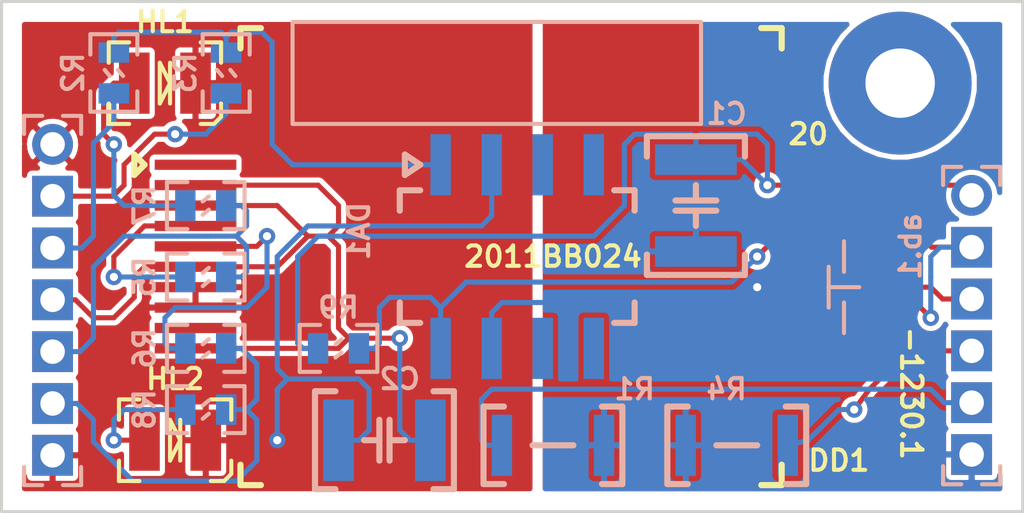
<source format=kicad_pcb>
(kicad_pcb (version 20171130) (host pcbnew "(5.1.2)-2")

  (general
    (thickness 1.6)
    (drawings 14)
    (tracks 225)
    (zones 0)
    (modules 20)
    (nets 26)
  )

  (page A4)
  (layers
    (0 F.Cu signal)
    (31 B.Cu signal)
    (32 B.Adhes user)
    (33 F.Adhes user)
    (34 B.Paste user)
    (35 F.Paste user)
    (36 B.SilkS user)
    (37 F.SilkS user)
    (38 B.Mask user hide)
    (39 F.Mask user hide)
    (40 Dwgs.User user)
    (41 Cmts.User user)
    (42 Eco1.User user)
    (43 Eco2.User user)
    (44 Edge.Cuts user)
    (45 Margin user)
    (46 B.CrtYd user)
    (47 F.CrtYd user)
    (48 B.Fab user hide)
    (49 F.Fab user hide)
  )

  (setup
    (last_trace_width 0.25)
    (trace_clearance 0.2)
    (zone_clearance 0.25)
    (zone_45_only yes)
    (trace_min 0.2)
    (via_size 0.8)
    (via_drill 0.4)
    (via_min_size 0.4)
    (via_min_drill 0.3)
    (uvia_size 0.3)
    (uvia_drill 0.1)
    (uvias_allowed no)
    (uvia_min_size 0.2)
    (uvia_min_drill 0.1)
    (edge_width 0.15)
    (segment_width 0.3)
    (pcb_text_width 0.3)
    (pcb_text_size 1.5 1.5)
    (mod_edge_width 0.15)
    (mod_text_size 1.6 2)
    (mod_text_width 0.3)
    (pad_size 7 7)
    (pad_drill 3.4)
    (pad_to_mask_clearance 0.05)
    (solder_mask_min_width 0.2)
    (aux_axis_origin 0 0)
    (grid_origin 173.5 80.5)
    (visible_elements 7FFFFF7F)
    (pcbplotparams
      (layerselection 0x010f0_ffffffff)
      (usegerberextensions false)
      (usegerberattributes false)
      (usegerberadvancedattributes false)
      (creategerberjobfile false)
      (excludeedgelayer true)
      (linewidth 0.100000)
      (plotframeref false)
      (viasonmask false)
      (mode 1)
      (useauxorigin false)
      (hpglpennumber 1)
      (hpglpenspeed 20)
      (hpglpendiameter 15.000000)
      (psnegative false)
      (psa4output false)
      (plotreference true)
      (plotvalue true)
      (plotinvisibletext false)
      (padsonsilk false)
      (subtractmaskfromsilk false)
      (outputformat 1)
      (mirror false)
      (drillshape 0)
      (scaleselection 1)
      (outputdirectory "../GERBER/"))
  )

  (net 0 "")
  (net 1 "Net-(DA1-Pad1)")
  (net 2 "Net-(DA1-Pad3)")
  (net 3 "Net-(DD1-Pad20)")
  (net 4 "Net-(DD1-Pad1)")
  (net 5 "Net-(DD1-Pad4)")
  (net 6 "Net-(DD1-Pad5)")
  (net 7 "Net-(DD1-Pad9)")
  (net 8 "Net-(HL1-Pad1)")
  (net 9 "Net-(HL2-Pad1)")
  (net 10 DE)
  (net 11 "Net-(DA1-Pad4)")
  (net 12 "Net-(DA1-Pad5)")
  (net 13 "Net-(DA1-Pad6)")
  (net 14 GND2)
  (net 15 VCC2)
  (net 16 GND)
  (net 17 vcc1)
  (net 18 A)
  (net 19 B)
  (net 20 SHLDRS)
  (net 21 EN5)
  (net 22 EN3.3)
  (net 23 GNDRS)
  (net 24 RX)
  (net 25 TX)

  (net_class Default "Это класс цепей по умолчанию."
    (clearance 0.2)
    (trace_width 0.25)
    (via_dia 0.8)
    (via_drill 0.4)
    (uvia_dia 0.3)
    (uvia_drill 0.1)
    (add_net A)
    (add_net B)
    (add_net DE)
    (add_net EN3.3)
    (add_net EN5)
    (add_net GND)
    (add_net GND2)
    (add_net GNDRS)
    (add_net "Net-(DA1-Pad1)")
    (add_net "Net-(DA1-Pad3)")
    (add_net "Net-(DA1-Pad4)")
    (add_net "Net-(DA1-Pad5)")
    (add_net "Net-(DA1-Pad6)")
    (add_net "Net-(DD1-Pad1)")
    (add_net "Net-(DD1-Pad20)")
    (add_net "Net-(DD1-Pad4)")
    (add_net "Net-(DD1-Pad5)")
    (add_net "Net-(DD1-Pad9)")
    (add_net "Net-(HL1-Pad1)")
    (add_net "Net-(HL2-Pad1)")
    (add_net RX)
    (add_net SHLDRS)
    (add_net TX)
    (add_net VCC2)
    (add_net vcc1)
  )

  (module MOTOR_X:Вилка_СНП346-7ВП21-1-В (layer B.Cu) (tedit 5D12318C) (tstamp 5B5EB285)
    (at 176 62.5 180)
    (path /5B5F2D9C)
    (fp_text reference XS2 (at 2 2.5) (layer B.SilkS) hide
      (effects (font (size 1 1) (thickness 0.2)) (justify mirror))
    )
    (fp_text value Вилка_СНП346-7ВП21-1-В (at 0.06 -18.04) (layer B.Fab) hide
      (effects (font (size 2 1.6) (thickness 0.3)) (justify mirror))
    )
    (fp_line (start 1.397 -16.7005) (end 0.508 -16.7005) (layer B.SilkS) (width 0.2))
    (fp_line (start 1.397 -16.7005) (end 1.397 -15.8115) (layer B.SilkS) (width 0.2))
    (fp_line (start -1.397 -16.7005) (end -0.508 -16.7005) (layer B.SilkS) (width 0.2))
    (fp_line (start -1.397 -16.7005) (end -1.397 -15.8115) (layer B.SilkS) (width 0.2))
    (fp_line (start 1.397 1.397) (end 1.397 0.508) (layer B.SilkS) (width 0.2))
    (fp_line (start 1.397 1.397) (end 0.508 1.397) (layer B.SilkS) (width 0.2))
    (fp_line (start -1.397 1.397) (end -0.508 1.397) (layer B.SilkS) (width 0.2))
    (fp_line (start -1.397 1.397) (end -1.397 0.508) (layer B.SilkS) (width 0.2))
    (pad 6 thru_hole rect (at 0 -12.7 180) (size 2 2) (drill 1.2) (layers *.Cu *.Mask)
      (net 25 TX))
    (pad 3 thru_hole rect (at 0 -5.08 180) (size 2 2) (drill 1.2) (layers *.Cu *.Mask)
      (net 21 EN5))
    (pad 5 thru_hole rect (at 0 -10.16 180) (size 2 2) (drill 1.2) (layers *.Cu *.Mask)
      (net 24 RX))
    (pad 2 thru_hole rect (at 0 -2.54 180) (size 2 2) (drill 1.2) (layers *.Cu *.Mask)
      (net 22 EN3.3))
    (pad 4 thru_hole rect (at 0 -7.62 180) (size 2 2) (drill 1.2) (layers *.Cu *.Mask)
      (net 17 vcc1))
    (pad 1 thru_hole circle (at 0 0 180) (size 2 2) (drill 1.2) (layers *.Cu *.Mask)
      (net 16 GND))
    (pad 7 thru_hole rect (at 0 -15.24 180) (size 2 2) (drill 1.2) (layers *.Cu *.Mask)
      (net 16 GND))
    (model ${MOTOR_3D}/SNP346-7VP21-1.stp
      (offset (xyz -1.25 -1.25 0))
      (scale (xyz 1 1 1))
      (rotate (xyz 0 0 0))
    )
  )

  (module MOTOR_X:Вилка_СНП346-6ВП21-1-В (layer B.Cu) (tedit 5D123110) (tstamp 5B5EB272)
    (at 221 65 180)
    (path /5B5F2A02)
    (fp_text reference XS1 (at 2 2.5) (layer B.SilkS) hide
      (effects (font (size 1 1) (thickness 0.2)) (justify mirror))
    )
    (fp_text value Вилка_СНП346-6ВП21-1-В (at 0.06 -18.04) (layer B.Fab) hide
      (effects (font (size 2 1.6) (thickness 0.3)) (justify mirror))
    )
    (fp_line (start 1.397 -14.1605) (end 0.508 -14.1605) (layer B.SilkS) (width 0.2))
    (fp_line (start 1.397 -14.1605) (end 1.397 -13.2715) (layer B.SilkS) (width 0.2))
    (fp_line (start -1.397 -14.1605) (end -0.508 -14.1605) (layer B.SilkS) (width 0.2))
    (fp_line (start -1.397 -14.1605) (end -1.397 -13.2715) (layer B.SilkS) (width 0.2))
    (fp_line (start 1.397 1.397) (end 1.397 0.508) (layer B.SilkS) (width 0.2))
    (fp_line (start 1.397 1.397) (end 0.508 1.397) (layer B.SilkS) (width 0.2))
    (fp_line (start -1.397 1.397) (end -0.508 1.397) (layer B.SilkS) (width 0.2))
    (fp_line (start -1.397 1.397) (end -1.397 0.508) (layer B.SilkS) (width 0.2))
    (pad 6 thru_hole rect (at 0 -12.7 180) (size 2 2) (drill 1.2) (layers *.Cu *.Mask)
      (net 14 GND2))
    (pad 3 thru_hole rect (at 0 -5.08 180) (size 2 2) (drill 1.2) (layers *.Cu *.Mask)
      (net 19 B))
    (pad 5 thru_hole rect (at 0 -10.16 180) (size 2 2) (drill 1.2) (layers *.Cu *.Mask)
      (net 20 SHLDRS))
    (pad 2 thru_hole rect (at 0 -2.54 180) (size 2 2) (drill 1.2) (layers *.Cu *.Mask)
      (net 18 A))
    (pad 4 thru_hole rect (at 0 -7.62 180) (size 2 2) (drill 1.2) (layers *.Cu *.Mask)
      (net 23 GNDRS))
    (pad 1 thru_hole circle (at 0 0 180) (size 2 2) (drill 1.2) (layers *.Cu *.Mask)
      (net 15 VCC2))
    (model ${MOTOR_3D}/SNP346-6VP21-1.stp
      (offset (xyz -1.25 -1.25 0))
      (scale (xyz 1 1 1))
      (rotate (xyz 0 0 0))
    )
  )

  (module MOTOR_RLC:Резистор_SMD_0805_0,125Вт (layer B.Cu) (tedit 5CFA3737) (tstamp 5D124245)
    (at 189 72.5)
    (path /5D12CB97)
    (fp_text reference R9 (at 1 -2) (layer B.SilkS)
      (effects (font (size 1 1) (thickness 0.2)) (justify mirror))
    )
    (fp_text value Р1-8В-0.125-20к (at 1.125 -1.875) (layer B.Fab)
      (effects (font (size 1 1) (thickness 0.15)) (justify mirror))
    )
    (fp_line (start 0.85 -0.2) (end 1.15 -0.45) (layer B.SilkS) (width 0.2))
    (fp_line (start 0.85 0.45) (end 1.15 0.2) (layer B.SilkS) (width 0.2))
    (fp_line (start -0.9 -1.15) (end -0.9 1.15) (layer B.SilkS) (width 0.2))
    (fp_line (start 2.9 1.15) (end 2.9 -1.15) (layer B.SilkS) (width 0.2))
    (fp_line (start -0.9 -1.15) (end 0.1 -1.15) (layer B.SilkS) (width 0.2))
    (fp_line (start 2.9 -1.15) (end 1.9 -1.15) (layer B.SilkS) (width 0.2))
    (fp_line (start 2.9 1.15) (end 1.9 1.15) (layer B.SilkS) (width 0.2))
    (fp_line (start -0.9 1.15) (end 0.1 1.15) (layer B.SilkS) (width 0.2))
    (pad 1 smd rect (at 0 0) (size 1 1.5) (layers B.Cu B.Paste B.Mask)
      (net 15 VCC2) (clearance 0.2))
    (pad 2 smd rect (at 2 0) (size 1 1.5) (layers B.Cu B.Paste B.Mask)
      (net 10 DE) (clearance 0.2))
    (model ${MOTOR_3D}/Res_0805.stp
      (offset (xyz 0.05 0.61 0))
      (scale (xyz 1 1 1))
      (rotate (xyz 0 0 90))
    )
  )

  (module MOTOR_RLC:Резистор_SMD_0805_0,125Вт (layer B.Cu) (tedit 5CFA3737) (tstamp 5A9D6353)
    (at 182.5 75.5)
    (path /5A9CE55E)
    (fp_text reference R8 (at -2 0 90) (layer B.SilkS)
      (effects (font (size 1 1) (thickness 0.2)) (justify mirror))
    )
    (fp_text value Р1-8В-0.125-140 (at 1.29 -2.09) (layer B.Fab)
      (effects (font (size 2 1.6) (thickness 0.3)) (justify mirror))
    )
    (fp_line (start 0.85 -0.2) (end 1.15 -0.45) (layer B.SilkS) (width 0.2))
    (fp_line (start 0.85 0.45) (end 1.15 0.2) (layer B.SilkS) (width 0.2))
    (fp_line (start -0.9 -1.15) (end -0.9 1.15) (layer B.SilkS) (width 0.2))
    (fp_line (start 2.9 1.15) (end 2.9 -1.15) (layer B.SilkS) (width 0.2))
    (fp_line (start -0.9 -1.15) (end 0.1 -1.15) (layer B.SilkS) (width 0.2))
    (fp_line (start 2.9 -1.15) (end 1.9 -1.15) (layer B.SilkS) (width 0.2))
    (fp_line (start 2.9 1.15) (end 1.9 1.15) (layer B.SilkS) (width 0.2))
    (fp_line (start -0.9 1.15) (end 0.1 1.15) (layer B.SilkS) (width 0.2))
    (pad 1 smd rect (at 0 0) (size 1 1.5) (layers B.Cu B.Paste B.Mask)
      (net 9 "Net-(HL2-Pad1)") (clearance 0.2))
    (pad 2 smd rect (at 2 0) (size 1 1.5) (layers B.Cu B.Paste B.Mask)
      (net 25 TX) (clearance 0.2))
    (model ${MOTOR_3D}/Res_0805.stp
      (offset (xyz 0.05 0.61 0))
      (scale (xyz 1 1 1))
      (rotate (xyz 0 0 90))
    )
  )

  (module MOTOR_RLC:Резистор_SMD_0805_0,125Вт (layer B.Cu) (tedit 5CFA3737) (tstamp 5A9D6347)
    (at 182.5 65.5)
    (path /5A9CE4A5)
    (fp_text reference R7 (at -2 0 90) (layer B.SilkS)
      (effects (font (size 1 1) (thickness 0.2)) (justify mirror))
    )
    (fp_text value Р1-8В-0.125-140 (at 1.29 -2.09) (layer B.Fab)
      (effects (font (size 2 1.6) (thickness 0.3)) (justify mirror))
    )
    (fp_line (start 0.85 -0.2) (end 1.15 -0.45) (layer B.SilkS) (width 0.2))
    (fp_line (start 0.85 0.45) (end 1.15 0.2) (layer B.SilkS) (width 0.2))
    (fp_line (start -0.9 -1.15) (end -0.9 1.15) (layer B.SilkS) (width 0.2))
    (fp_line (start 2.9 1.15) (end 2.9 -1.15) (layer B.SilkS) (width 0.2))
    (fp_line (start -0.9 -1.15) (end 0.1 -1.15) (layer B.SilkS) (width 0.2))
    (fp_line (start 2.9 -1.15) (end 1.9 -1.15) (layer B.SilkS) (width 0.2))
    (fp_line (start 2.9 1.15) (end 1.9 1.15) (layer B.SilkS) (width 0.2))
    (fp_line (start -0.9 1.15) (end 0.1 1.15) (layer B.SilkS) (width 0.2))
    (pad 1 smd rect (at 0 0) (size 1 1.5) (layers B.Cu B.Paste B.Mask)
      (net 8 "Net-(HL1-Pad1)") (clearance 0.2))
    (pad 2 smd rect (at 2 0) (size 1 1.5) (layers B.Cu B.Paste B.Mask)
      (net 24 RX) (clearance 0.2))
    (model ${MOTOR_3D}/Res_0805.stp
      (offset (xyz 0.05 0.61 0))
      (scale (xyz 1 1 1))
      (rotate (xyz 0 0 90))
    )
  )

  (module MOTOR_RLC:Резистор_SMD_0805_0,125Вт (layer B.Cu) (tedit 5CFA3737) (tstamp 5A9D633B)
    (at 184.5 72.5 180)
    (path /5A9CCF08)
    (fp_text reference R6 (at 4 0 270) (layer B.SilkS)
      (effects (font (size 1 1) (thickness 0.2)) (justify mirror))
    )
    (fp_text value Р1-8В-0.125-240 (at 1.29 -2.09 180) (layer B.Fab)
      (effects (font (size 2 1.6) (thickness 0.3)) (justify mirror))
    )
    (fp_line (start 0.85 -0.2) (end 1.15 -0.45) (layer B.SilkS) (width 0.2))
    (fp_line (start 0.85 0.45) (end 1.15 0.2) (layer B.SilkS) (width 0.2))
    (fp_line (start -0.9 -1.15) (end -0.9 1.15) (layer B.SilkS) (width 0.2))
    (fp_line (start 2.9 1.15) (end 2.9 -1.15) (layer B.SilkS) (width 0.2))
    (fp_line (start -0.9 -1.15) (end 0.1 -1.15) (layer B.SilkS) (width 0.2))
    (fp_line (start 2.9 -1.15) (end 1.9 -1.15) (layer B.SilkS) (width 0.2))
    (fp_line (start 2.9 1.15) (end 1.9 1.15) (layer B.SilkS) (width 0.2))
    (fp_line (start -0.9 1.15) (end 0.1 1.15) (layer B.SilkS) (width 0.2))
    (pad 1 smd rect (at 0 0 180) (size 1 1.5) (layers B.Cu B.Paste B.Mask)
      (net 25 TX) (clearance 0.2))
    (pad 2 smd rect (at 2 0 180) (size 1 1.5) (layers B.Cu B.Paste B.Mask)
      (net 6 "Net-(DD1-Pad5)") (clearance 0.2))
    (model ${MOTOR_3D}/Res_0805.stp
      (offset (xyz 0.05 0.61 0))
      (scale (xyz 1 1 1))
      (rotate (xyz 0 0 90))
    )
  )

  (module MOTOR_RLC:Резистор_SMD_0805_0,125Вт (layer B.Cu) (tedit 5CFA3737) (tstamp 5A9D632F)
    (at 184.5 69 180)
    (path /5A9CCE9B)
    (fp_text reference R5 (at 4 0 270) (layer B.SilkS)
      (effects (font (size 1 1) (thickness 0.2)) (justify mirror))
    )
    (fp_text value Р1-8В-0.125-240 (at 1.29 -2.09 180) (layer B.Fab)
      (effects (font (size 2 1.6) (thickness 0.3)) (justify mirror))
    )
    (fp_line (start 0.85 -0.2) (end 1.15 -0.45) (layer B.SilkS) (width 0.2))
    (fp_line (start 0.85 0.45) (end 1.15 0.2) (layer B.SilkS) (width 0.2))
    (fp_line (start -0.9 -1.15) (end -0.9 1.15) (layer B.SilkS) (width 0.2))
    (fp_line (start 2.9 1.15) (end 2.9 -1.15) (layer B.SilkS) (width 0.2))
    (fp_line (start -0.9 -1.15) (end 0.1 -1.15) (layer B.SilkS) (width 0.2))
    (fp_line (start 2.9 -1.15) (end 1.9 -1.15) (layer B.SilkS) (width 0.2))
    (fp_line (start 2.9 1.15) (end 1.9 1.15) (layer B.SilkS) (width 0.2))
    (fp_line (start -0.9 1.15) (end 0.1 1.15) (layer B.SilkS) (width 0.2))
    (pad 1 smd rect (at 0 0 180) (size 1 1.5) (layers B.Cu B.Paste B.Mask)
      (net 24 RX) (clearance 0.2))
    (pad 2 smd rect (at 2 0 180) (size 1 1.5) (layers B.Cu B.Paste B.Mask)
      (net 5 "Net-(DD1-Pad4)") (clearance 0.2))
    (model ${MOTOR_3D}/Res_0805.stp
      (offset (xyz 0.05 0.61 0))
      (scale (xyz 1 1 1))
      (rotate (xyz 0 0 90))
    )
  )

  (module MOTOR_RLC:Резистор_SMD_0805_0,125Вт (layer B.Cu) (tedit 5CFA3737) (tstamp 5A9D630B)
    (at 179 58 270)
    (path /5A9CD38D)
    (fp_text reference R2 (at 1 2 90) (layer B.SilkS)
      (effects (font (size 1 1) (thickness 0.2)) (justify mirror))
    )
    (fp_text value Р1-8В-0.125-150 (at 1.29 -2.09 270) (layer B.Fab)
      (effects (font (size 2 1.6) (thickness 0.3)) (justify mirror))
    )
    (fp_line (start 0.85 -0.2) (end 1.15 -0.45) (layer B.SilkS) (width 0.2))
    (fp_line (start 0.85 0.45) (end 1.15 0.2) (layer B.SilkS) (width 0.2))
    (fp_line (start -0.9 -1.15) (end -0.9 1.15) (layer B.SilkS) (width 0.2))
    (fp_line (start 2.9 1.15) (end 2.9 -1.15) (layer B.SilkS) (width 0.2))
    (fp_line (start -0.9 -1.15) (end 0.1 -1.15) (layer B.SilkS) (width 0.2))
    (fp_line (start 2.9 -1.15) (end 1.9 -1.15) (layer B.SilkS) (width 0.2))
    (fp_line (start 2.9 1.15) (end 1.9 1.15) (layer B.SilkS) (width 0.2))
    (fp_line (start -0.9 1.15) (end 0.1 1.15) (layer B.SilkS) (width 0.2))
    (pad 1 smd rect (at 0 0 270) (size 1 1.5) (layers B.Cu B.Paste B.Mask)
      (net 1 "Net-(DA1-Pad1)") (clearance 0.2))
    (pad 2 smd rect (at 2 0 270) (size 1 1.5) (layers B.Cu B.Paste B.Mask)
      (net 21 EN5) (clearance 0.2))
    (model ${MOTOR_3D}/Res_0805.stp
      (offset (xyz 0.05 0.61 0))
      (scale (xyz 1 1 1))
      (rotate (xyz 0 0 90))
    )
  )

  (module MOTOR_RLC:Резистор_SMD_0805_0,125Вт (layer B.Cu) (tedit 5CFA3737) (tstamp 5A9D6317)
    (at 184.5 58 270)
    (path /5A9CD489)
    (fp_text reference R3 (at 1 2 90) (layer B.SilkS)
      (effects (font (size 1 1) (thickness 0.2)) (justify mirror))
    )
    (fp_text value Р1-8В-0.125-300 (at 1.29 -2.09 270) (layer B.Fab)
      (effects (font (size 2 1.6) (thickness 0.3)) (justify mirror))
    )
    (fp_line (start 0.85 -0.2) (end 1.15 -0.45) (layer B.SilkS) (width 0.2))
    (fp_line (start 0.85 0.45) (end 1.15 0.2) (layer B.SilkS) (width 0.2))
    (fp_line (start -0.9 -1.15) (end -0.9 1.15) (layer B.SilkS) (width 0.2))
    (fp_line (start 2.9 1.15) (end 2.9 -1.15) (layer B.SilkS) (width 0.2))
    (fp_line (start -0.9 -1.15) (end 0.1 -1.15) (layer B.SilkS) (width 0.2))
    (fp_line (start 2.9 -1.15) (end 1.9 -1.15) (layer B.SilkS) (width 0.2))
    (fp_line (start 2.9 1.15) (end 1.9 1.15) (layer B.SilkS) (width 0.2))
    (fp_line (start -0.9 1.15) (end 0.1 1.15) (layer B.SilkS) (width 0.2))
    (pad 1 smd rect (at 0 0 270) (size 1 1.5) (layers B.Cu B.Paste B.Mask)
      (net 1 "Net-(DA1-Pad1)") (clearance 0.2))
    (pad 2 smd rect (at 2 0 270) (size 1 1.5) (layers B.Cu B.Paste B.Mask)
      (net 22 EN3.3) (clearance 0.2))
    (model ${MOTOR_3D}/Res_0805.stp
      (offset (xyz 0.05 0.61 0))
      (scale (xyz 1 1 1))
      (rotate (xyz 0 0 90))
    )
  )

  (module MOTOR_DD:2011ВВ024 (layer F.Cu) (tedit 5B5EC687) (tstamp 5A9D62D5)
    (at 183 63.5)
    (path /5A9CCD54)
    (fp_text reference DD1 (at 31.5 14.5) (layer F.SilkS)
      (effects (font (size 1 1) (thickness 0.2)))
    )
    (fp_text value 2011ВВ024 (at 15.6 17.5) (layer F.Fab)
      (effects (font (size 2 1.6) (thickness 0.3)))
    )
    (fp_line (start -2.5 0) (end -3 0.5) (layer F.SilkS) (width 0.3))
    (fp_line (start -3 0.5) (end -3 -0.5) (layer F.SilkS) (width 0.3))
    (fp_line (start -3 -0.5) (end -2.5 0) (layer F.SilkS) (width 0.3))
    (fp_line (start 2.2 -6.7) (end 3.2 -6.7) (layer F.SilkS) (width 0.3))
    (fp_line (start 2.2 -6.7) (end 2.2 -5.7) (layer F.SilkS) (width 0.3))
    (fp_line (start 2.2 15.7) (end 2.2 14.7) (layer F.SilkS) (width 0.3))
    (fp_line (start 2.2 15.7) (end 3.2 15.7) (layer F.SilkS) (width 0.3))
    (fp_line (start 28.7 -6.7) (end 27.7 -6.7) (layer F.SilkS) (width 0.3))
    (fp_line (start 28.7 -6.7) (end 28.7 -5.7) (layer F.SilkS) (width 0.3))
    (fp_line (start 28.7 15.7) (end 27.7 15.7) (layer F.SilkS) (width 0.3))
    (fp_line (start 28.7 15.7) (end 28.7 14.7) (layer F.SilkS) (width 0.3))
    (fp_text user 20 (at 30 -1.5) (layer F.SilkS)
      (effects (font (size 1 1) (thickness 0.2)))
    )
    (fp_text user "" (at 29.85 10.25) (layer F.SilkS)
      (effects (font (size 1 1) (thickness 0.2)))
    )
    (fp_text user 2011ВВ024 (at 17.5 4.5) (layer F.SilkS)
      (effects (font (size 1 1) (thickness 0.2)))
    )
    (pad 11 smd rect (at 31.2 9) (size 4 0.5) (layers F.Cu F.Paste F.Mask)
      (net 14 GND2))
    (pad 12 smd rect (at 31.2 8) (size 4 0.5) (layers F.Cu F.Paste F.Mask)
      (net 14 GND2))
    (pad 13 smd rect (at 31.2 7) (size 4 0.5) (layers F.Cu F.Paste F.Mask)
      (net 18 A))
    (pad 14 smd rect (at 31.2 6) (size 4 0.5) (layers F.Cu F.Paste F.Mask)
      (net 19 B))
    (pad 15 smd rect (at 31.2 5) (size 4 0.5) (layers F.Cu F.Paste F.Mask)
      (net 14 GND2))
    (pad 16 smd rect (at 31.2 4) (size 4 0.5) (layers F.Cu F.Paste F.Mask)
      (net 10 DE))
    (pad 17 smd rect (at 31.2 3) (size 4 0.5) (layers F.Cu F.Paste F.Mask)
      (net 19 B))
    (pad 18 smd rect (at 31.2 2) (size 4 0.5) (layers F.Cu F.Paste F.Mask)
      (net 18 A))
    (pad 19 smd rect (at 31.2 1) (size 4 0.5) (layers F.Cu F.Paste F.Mask)
      (net 15 VCC2))
    (pad 20 smd rect (at 31.2 0) (size 4 0.5) (layers F.Cu F.Paste F.Mask)
      (net 3 "Net-(DD1-Pad20)"))
    (pad 1 smd rect (at 0 0) (size 4 0.5) (layers F.Cu F.Paste F.Mask)
      (net 4 "Net-(DD1-Pad1)"))
    (pad 2 smd rect (at 0 1) (size 4 0.5) (layers F.Cu F.Paste F.Mask)
      (net 17 vcc1))
    (pad 3 smd rect (at 0 2) (size 4 0.5) (layers F.Cu F.Paste F.Mask)
      (net 17 vcc1))
    (pad 4 smd rect (at 0 3) (size 4 0.5) (layers F.Cu F.Paste F.Mask)
      (net 5 "Net-(DD1-Pad4)"))
    (pad 5 smd rect (at 0 4) (size 4 0.5) (layers F.Cu F.Paste F.Mask)
      (net 6 "Net-(DD1-Pad5)"))
    (pad 6 smd rect (at 0 5) (size 4 0.5) (layers F.Cu F.Paste F.Mask)
      (net 17 vcc1))
    (pad 7 smd rect (at 0 6) (size 4 0.5) (layers F.Cu F.Paste F.Mask)
      (net 16 GND))
    (pad 8 smd rect (at 0 7) (size 4 0.5) (layers F.Cu F.Paste F.Mask)
      (net 16 GND))
    (pad 9 smd rect (at 0 8) (size 4 0.5) (layers F.Cu F.Paste F.Mask)
      (net 7 "Net-(DD1-Pad9)"))
    (pad 10 smd rect (at 0 9) (size 4 0.5) (layers F.Cu F.Paste F.Mask)
      (net 17 vcc1))
    (model ${MOTOR_3D}/korpys_4140.20-1.stp
      (offset (xyz 28.448 -15.494 0))
      (scale (xyz 1 1 1))
      (rotate (xyz 0 0 -90))
    )
  )

  (module "MOTOR_DA:МОП-реле_249КП10(SMD)" (layer B.Cu) (tedit 5B5EF269) (tstamp 5B16AD4B)
    (at 195 64.25 270)
    (path /5B168CB7)
    (fp_text reference DA1 (at 2.5 4 270) (layer B.SilkS)
      (effects (font (size 1 1) (thickness 0.2)) (justify mirror))
    )
    (fp_text value 249КП10AР (at 4 -11.25 270) (layer B.Fab)
      (effects (font (size 2 1.6) (thickness 0.3)) (justify mirror))
    )
    (fp_line (start 7 2) (end 7 1) (layer B.SilkS) (width 0.3))
    (fp_line (start 7 2) (end 6 2) (layer B.SilkS) (width 0.3))
    (fp_line (start 0.5 2) (end 0.5 1) (layer B.SilkS) (width 0.3))
    (fp_line (start 0.5 2) (end 1.5 2) (layer B.SilkS) (width 0.3))
    (fp_line (start 0.5 -9.5) (end 0.5 -8.5) (layer B.SilkS) (width 0.3))
    (fp_line (start 0.5 -9.5) (end 1.5 -9.5) (layer B.SilkS) (width 0.3))
    (fp_line (start 7 -9.5) (end 7 -8.5) (layer B.SilkS) (width 0.3))
    (fp_line (start 7 -9.5) (end 6 -9.5) (layer B.SilkS) (width 0.3))
    (fp_line (start -0.25 1.75) (end -1.25 1.75) (layer B.SilkS) (width 0.3))
    (fp_line (start -0.75 1) (end -0.25 1.75) (layer B.SilkS) (width 0.3))
    (fp_line (start -1.25 1.75) (end -0.75 1) (layer B.SilkS) (width 0.3))
    (pad 8 smd rect (at 8.25 0 270) (size 3 1) (layers B.Cu B.Paste B.Mask)
      (net 10 DE))
    (pad 7 smd rect (at 8.25 -2.5 270) (size 3 1) (layers B.Cu B.Paste B.Mask)
      (net 14 GND2))
    (pad 6 smd rect (at 8.25 -5 270) (size 3 1) (layers B.Cu B.Paste B.Mask)
      (net 13 "Net-(DA1-Pad6)"))
    (pad 5 smd rect (at 8.25 -7.5 270) (size 3 1) (layers B.Cu B.Paste B.Mask)
      (net 12 "Net-(DA1-Pad5)"))
    (pad 4 smd rect (at -0.75 -7.5 270) (size 3 1) (layers B.Cu B.Paste B.Mask)
      (net 11 "Net-(DA1-Pad4)"))
    (pad 3 smd rect (at -0.75 -5 270) (size 3 1) (layers B.Cu B.Paste B.Mask)
      (net 2 "Net-(DA1-Pad3)"))
    (pad 2 smd rect (at -0.75 -2.5 270) (size 3 1) (layers B.Cu B.Paste B.Mask)
      (net 16 GND))
    (pad 1 smd rect (at -0.75 0 270) (size 3 1) (layers B.Cu B.Paste B.Mask)
      (net 1 "Net-(DA1-Pad1)"))
    (model ${MOTOR_3D}/DIP8_SMD.stp
      (offset (xyz 7.5 -7.6 1.3))
      (scale (xyz 1 1 1))
      (rotate (xyz 90 180 0))
    )
  )

  (module MOTOR_RLC:Резистор_SMD_2010-0,5_Вт (layer B.Cu) (tedit 5BED6360) (tstamp 5A9D62FF)
    (at 198 77.25)
    (path /5A9D3858)
    (fp_text reference R1 (at 6.5 -2.75) (layer B.SilkS)
      (effects (font (size 1 1) (thickness 0.2)) (justify mirror))
    )
    (fp_text value Р1-8В-0.5-100 (at 0.75 -2.75) (layer B.Fab)
      (effects (font (size 2 1.6) (thickness 0.3)) (justify mirror))
    )
    (fp_line (start 2.5 0) (end 1.5 0) (layer B.SilkS) (width 0.3))
    (fp_line (start 2.5 0) (end 3.5 0) (layer B.SilkS) (width 0.3))
    (fp_line (start 5.9 -1.9) (end 4.9 -1.9) (layer B.SilkS) (width 0.3))
    (fp_line (start 5.9 1.9) (end 4.9 1.9) (layer B.SilkS) (width 0.3))
    (fp_line (start -0.9 -1.9) (end 0.1 -1.9) (layer B.SilkS) (width 0.3))
    (fp_line (start -0.9 1.9) (end 0.1 1.9) (layer B.SilkS) (width 0.3))
    (fp_line (start 5.9 -1.9) (end 5.9 1.9) (layer B.SilkS) (width 0.3))
    (fp_line (start -0.9 1.9) (end -0.9 -1.9) (layer B.SilkS) (width 0.3))
    (pad 1 smd rect (at 0 0) (size 1 3) (layers B.Cu B.Paste B.Mask)
      (net 20 SHLDRS))
    (pad 2 smd rect (at 5 0) (size 1 3) (layers B.Cu B.Paste B.Mask)
      (net 14 GND2))
    (model "${MOTOR_3D}/RES_2010_(0,5W).stp"
      (offset (xyz 0 -1.27 0.635))
      (scale (xyz 1 1 1))
      (rotate (xyz 0 0 0))
    )
  )

  (module MOTOR_RLC:Резистор_SMD_2010-0,5_Вт (layer B.Cu) (tedit 5BED6360) (tstamp 5A9D6323)
    (at 212 77.25 180)
    (path /5A9D14D5)
    (fp_text reference R4 (at 3 2.75 180) (layer B.SilkS)
      (effects (font (size 1 1) (thickness 0.2)) (justify mirror))
    )
    (fp_text value Р1-8В-0.5-100К (at 0.75 -2.75 180) (layer B.Fab)
      (effects (font (size 2 1.6) (thickness 0.3)) (justify mirror))
    )
    (fp_line (start 2.5 0) (end 1.5 0) (layer B.SilkS) (width 0.3))
    (fp_line (start 2.5 0) (end 3.5 0) (layer B.SilkS) (width 0.3))
    (fp_line (start 5.9 -1.9) (end 4.9 -1.9) (layer B.SilkS) (width 0.3))
    (fp_line (start 5.9 1.9) (end 4.9 1.9) (layer B.SilkS) (width 0.3))
    (fp_line (start -0.9 -1.9) (end 0.1 -1.9) (layer B.SilkS) (width 0.3))
    (fp_line (start -0.9 1.9) (end 0.1 1.9) (layer B.SilkS) (width 0.3))
    (fp_line (start 5.9 -1.9) (end 5.9 1.9) (layer B.SilkS) (width 0.3))
    (fp_line (start -0.9 1.9) (end -0.9 -1.9) (layer B.SilkS) (width 0.3))
    (pad 1 smd rect (at 0 0 180) (size 1 3) (layers B.Cu B.Paste B.Mask)
      (net 23 GNDRS))
    (pad 2 smd rect (at 5 0 180) (size 1 3) (layers B.Cu B.Paste B.Mask)
      (net 14 GND2))
    (model "${MOTOR_3D}/RES_2010_(0,5W).stp"
      (offset (xyz 0 -1.27 0.635))
      (scale (xyz 1 1 1))
      (rotate (xyz 0 0 0))
    )
  )

  (module MOTOR_RLC:Конденсатор_SMD_1812 (layer B.Cu) (tedit 5BED64EA) (tstamp 5A9D6295)
    (at 207.5 63.25 270)
    (path /5A9CEE1C)
    (fp_text reference C1 (at -2.25 -1.5) (layer B.SilkS)
      (effects (font (size 1 1) (thickness 0.2)) (justify mirror))
    )
    (fp_text value К10-83-50В-1,0мкФ (at 1.75 -3.2 270) (layer B.Fab)
      (effects (font (size 2 1.6) (thickness 0.3)) (justify mirror))
    )
    (fp_line (start 5.65 1.4) (end 5.65 -1.4) (layer B.SilkS) (width 0.3))
    (fp_line (start -1.15 1.4) (end -1.15 -1.4) (layer B.SilkS) (width 0.3))
    (fp_line (start -1.15 2.4) (end -0.15 2.4) (layer B.SilkS) (width 0.3))
    (fp_line (start -1.15 2.4) (end -1.15 1.4) (layer B.SilkS) (width 0.3))
    (fp_line (start -1.15 -2.4) (end -1.15 -1.4) (layer B.SilkS) (width 0.3))
    (fp_line (start -1.15 -2.4) (end -0.15 -2.4) (layer B.SilkS) (width 0.3))
    (fp_line (start 5.65 -2.4) (end 5.65 -1.4) (layer B.SilkS) (width 0.3))
    (fp_line (start 5.65 -2.4) (end 4.65 -2.4) (layer B.SilkS) (width 0.3))
    (fp_line (start 5.65 2.4) (end 5.65 1.4) (layer B.SilkS) (width 0.3))
    (fp_line (start 5.65 2.4) (end 4.65 2.4) (layer B.SilkS) (width 0.3))
    (fp_line (start 2.5 1) (end 2.5 -1) (layer B.SilkS) (width 0.3))
    (fp_line (start 2 1) (end 2 -1) (layer B.SilkS) (width 0.3))
    (fp_line (start 2.5 0) (end 3.25 0) (layer B.SilkS) (width 0.3))
    (fp_line (start 2 0) (end 1.25 0) (layer B.SilkS) (width 0.3))
    (pad 2 smd rect (at 4.5 0 270) (size 1.5 4) (layers B.Cu B.Paste B.Mask)
      (net 14 GND2) (clearance 0.2))
    (pad 1 smd rect (at 0 0 270) (size 1.5 4) (layers B.Cu B.Paste B.Mask)
      (net 15 VCC2) (clearance 0.2))
    (model ${MOTOR_3D}/Cap_1812.stp
      (offset (xyz 0 -1.778 3.302))
      (scale (xyz 1 1 1))
      (rotate (xyz 90 0 0))
    )
  )

  (module MOTOR_RLC:Конденсатор_SMD_1812 (layer B.Cu) (tedit 5BED64EA) (tstamp 5A9D62A3)
    (at 194.5 77 180)
    (path /5A9CED29)
    (fp_text reference C2 (at 1.5 3 180) (layer B.SilkS)
      (effects (font (size 1 1) (thickness 0.2)) (justify mirror))
    )
    (fp_text value К10-83-50В-1,0мкФ (at 1.75 -3.2 180) (layer B.Fab)
      (effects (font (size 2 1.6) (thickness 0.3)) (justify mirror))
    )
    (fp_line (start 5.65 1.4) (end 5.65 -1.4) (layer B.SilkS) (width 0.3))
    (fp_line (start -1.15 1.4) (end -1.15 -1.4) (layer B.SilkS) (width 0.3))
    (fp_line (start -1.15 2.4) (end -0.15 2.4) (layer B.SilkS) (width 0.3))
    (fp_line (start -1.15 2.4) (end -1.15 1.4) (layer B.SilkS) (width 0.3))
    (fp_line (start -1.15 -2.4) (end -1.15 -1.4) (layer B.SilkS) (width 0.3))
    (fp_line (start -1.15 -2.4) (end -0.15 -2.4) (layer B.SilkS) (width 0.3))
    (fp_line (start 5.65 -2.4) (end 5.65 -1.4) (layer B.SilkS) (width 0.3))
    (fp_line (start 5.65 -2.4) (end 4.65 -2.4) (layer B.SilkS) (width 0.3))
    (fp_line (start 5.65 2.4) (end 5.65 1.4) (layer B.SilkS) (width 0.3))
    (fp_line (start 5.65 2.4) (end 4.65 2.4) (layer B.SilkS) (width 0.3))
    (fp_line (start 2.5 1) (end 2.5 -1) (layer B.SilkS) (width 0.3))
    (fp_line (start 2 1) (end 2 -1) (layer B.SilkS) (width 0.3))
    (fp_line (start 2.5 0) (end 3.25 0) (layer B.SilkS) (width 0.3))
    (fp_line (start 2 0) (end 1.25 0) (layer B.SilkS) (width 0.3))
    (pad 2 smd rect (at 4.5 0 180) (size 1.5 4) (layers B.Cu B.Paste B.Mask)
      (net 16 GND) (clearance 0.2))
    (pad 1 smd rect (at 0 0 180) (size 1.5 4) (layers B.Cu B.Paste B.Mask)
      (net 17 vcc1) (clearance 0.2))
    (model ${MOTOR_3D}/Cap_1812.stp
      (offset (xyz 0 -1.778 3.302))
      (scale (xyz 1 1 1))
      (rotate (xyz 90 0 0))
    )
  )

  (module MOTOR_VD_VT_HL:Светодиод_SMD_3528 (layer F.Cu) (tedit 5CA6F378) (tstamp 5A9D62E4)
    (at 180 59.5)
    (path /5A9CE739)
    (fp_text reference HL1 (at 1.5 -3) (layer F.SilkS)
      (effects (font (size 1 1) (thickness 0.2)))
    )
    (fp_text value КИПД-86 (at 1.25 3.1) (layer F.Fab)
      (effects (font (size 2 1.6) (thickness 0.3)))
    )
    (fp_line (start -1.25 2) (end -0.25 2) (layer F.SilkS) (width 0.2))
    (fp_line (start -1.25 2) (end -1.25 1) (layer F.SilkS) (width 0.2))
    (fp_line (start -1.25 -2) (end -1.25 -1) (layer F.SilkS) (width 0.2))
    (fp_line (start -1.25 -2) (end -0.25 -2) (layer F.SilkS) (width 0.2))
    (fp_line (start 4.25 -2) (end 3.25 -2) (layer F.SilkS) (width 0.2))
    (fp_line (start 4.25 -2) (end 4.25 -1) (layer F.SilkS) (width 0.2))
    (fp_line (start 3.9 2) (end 3.25 2) (layer F.SilkS) (width 0.2))
    (fp_line (start 4.25 1.65) (end 4.25 1) (layer F.SilkS) (width 0.2))
    (fp_line (start 3.9 2) (end 4.25 1.65) (layer F.SilkS) (width 0.2))
    (fp_line (start 1.75 -1) (end 1.75 1) (layer F.SilkS) (width 0.2))
    (fp_line (start 1.25 -1) (end 1.75 0) (layer F.SilkS) (width 0.2))
    (fp_line (start 1.75 0) (end 1.25 1) (layer F.SilkS) (width 0.2))
    (fp_line (start 1.25 1) (end 1.25 -1) (layer F.SilkS) (width 0.2))
    (pad 2 smd rect (at 3 0) (size 1.5 3) (layers F.Cu F.Paste F.Mask)
      (net 16 GND) (solder_mask_margin 0.05))
    (pad 1 smd rect (at 0 0) (size 1.5 3) (layers F.Cu F.Paste F.Mask)
      (net 8 "Net-(HL1-Pad1)") (solder_mask_margin 0.05))
    (model ${MOTOR_3D}/KIPD86.stp
      (offset (xyz 3.1 1.4 0))
      (scale (xyz 1 1 1))
      (rotate (xyz 0 0 180))
    )
  )

  (module MOTOR_VD_VT_HL:Светодиод_SMD_3528 (layer F.Cu) (tedit 5CA6F378) (tstamp 5A9D62F3)
    (at 180.5 77)
    (path /5A9CE845)
    (fp_text reference HL2 (at 1.5 -3 180) (layer F.SilkS)
      (effects (font (size 1 1) (thickness 0.2)))
    )
    (fp_text value КИПД-86 (at 1.25 3.1) (layer F.Fab)
      (effects (font (size 2 1.6) (thickness 0.3)))
    )
    (fp_line (start -1.25 2) (end -0.25 2) (layer F.SilkS) (width 0.2))
    (fp_line (start -1.25 2) (end -1.25 1) (layer F.SilkS) (width 0.2))
    (fp_line (start -1.25 -2) (end -1.25 -1) (layer F.SilkS) (width 0.2))
    (fp_line (start -1.25 -2) (end -0.25 -2) (layer F.SilkS) (width 0.2))
    (fp_line (start 4.25 -2) (end 3.25 -2) (layer F.SilkS) (width 0.2))
    (fp_line (start 4.25 -2) (end 4.25 -1) (layer F.SilkS) (width 0.2))
    (fp_line (start 3.9 2) (end 3.25 2) (layer F.SilkS) (width 0.2))
    (fp_line (start 4.25 1.65) (end 4.25 1) (layer F.SilkS) (width 0.2))
    (fp_line (start 3.9 2) (end 4.25 1.65) (layer F.SilkS) (width 0.2))
    (fp_line (start 1.75 -1) (end 1.75 1) (layer F.SilkS) (width 0.2))
    (fp_line (start 1.25 -1) (end 1.75 0) (layer F.SilkS) (width 0.2))
    (fp_line (start 1.75 0) (end 1.25 1) (layer F.SilkS) (width 0.2))
    (fp_line (start 1.25 1) (end 1.25 -1) (layer F.SilkS) (width 0.2))
    (pad 2 smd rect (at 3 0) (size 1.5 3) (layers F.Cu F.Paste F.Mask)
      (net 16 GND) (solder_mask_margin 0.05))
    (pad 1 smd rect (at 0 0) (size 1.5 3) (layers F.Cu F.Paste F.Mask)
      (net 9 "Net-(HL2-Pad1)") (solder_mask_margin 0.05))
    (model ${MOTOR_3D}/KIPD86.stp
      (offset (xyz 3.1 1.4 0))
      (scale (xyz 1 1 1))
      (rotate (xyz 0 0 180))
    )
  )

  (module MOTOR2:ОтверстиеD3 (layer F.Cu) (tedit 5B5EC42C) (tstamp 5A9D6E8D)
    (at 217.5 59.5)
    (fp_text reference M3 (at 7.25 2.75) (layer F.SilkS) hide
      (effects (font (size 1 1) (thickness 0.2)))
    )
    (fp_text value ОтверстиеD3 (at 12 0.25) (layer F.Fab)
      (effects (font (size 2 1.6) (thickness 0.3)))
    )
    (pad "" thru_hole circle (at 0 0) (size 7 7) (drill 3.4) (layers *.Cu *.Mask B.Paste))
  )

  (module MOTOR2:icon_motor_micro (layer B.Cu) (tedit 5A9F7565) (tstamp 5A9F7D2A)
    (at 213.25 69.5 270)
    (fp_text reference Ref** (at -0.5 3.5 270) (layer B.SilkS) hide
      (effects (font (size 1 1) (thickness 0.2)) (justify mirror))
    )
    (fp_text value icon_motor_micro (at 0 2 270) (layer B.Fab)
      (effects (font (size 2 1.6) (thickness 0.3)) (justify mirror))
    )
    (fp_line (start 0 -0.75) (end -1 -0.75) (layer B.SilkS) (width 0.2))
    (fp_line (start 0 -0.75) (end 1 -0.75) (layer B.SilkS) (width 0.2))
    (fp_line (start 0 -1.5) (end 0 -0.75) (layer B.SilkS) (width 0.2))
    (fp_line (start 0 -1.5) (end 0 -2.25) (layer B.SilkS) (width 0.2))
    (fp_line (start -0.75 -1.5) (end -2.25 -1.5) (layer B.SilkS) (width 0.2))
    (fp_line (start 0.75 -1.5) (end 2.25 -1.5) (layer B.SilkS) (width 0.2))
  )

  (module MOTOR_ICO:Заводской_номер_5х20 (layer B.Cu) (tedit 5B57156E) (tstamp 5B5EE5ED)
    (at 197.75 59 180)
    (fp_text reference REF** (at 8 3.5 180) (layer B.SilkS) hide
      (effects (font (size 1 1) (thickness 0.2)) (justify mirror))
    )
    (fp_text value Заводской_номер_5х20 (at 0.5 -3.5 180) (layer B.Fab) hide
      (effects (font (size 1 1) (thickness 0.15)) (justify mirror))
    )
    (fp_line (start -10 2.5) (end -10 -2.5) (layer B.SilkS) (width 0.2))
    (fp_line (start -10 -2.5) (end 10 -2.5) (layer B.SilkS) (width 0.2))
    (fp_line (start 10 -2.5) (end 10 2.5) (layer B.SilkS) (width 0.2))
    (fp_line (start 10 2.5) (end -10 2.5) (layer B.SilkS) (width 0.2))
    (pad "" smd rect (at 0 0 180) (size 19.3 4.3) (layers B.Mask))
  )

  (gr_line (start 173.5 80.5) (end 223.5 80.5) (angle 90) (layer B.Mask) (width 1.6))
  (gr_line (start 173.5 55.5) (end 173.5 80.5) (angle 90) (layer B.Mask) (width 1.6))
  (gr_line (start 223.5 55.5) (end 173.5 55.5) (angle 90) (layer B.Mask) (width 1.6))
  (gr_line (start 223.5 80.5) (end 223.5 55.5) (angle 90) (layer B.Mask) (width 1.6))
  (gr_line (start 173.5 80.5) (end 223.5 80.5) (angle 90) (layer F.Mask) (width 1.6))
  (gr_line (start 173.5 55.5) (end 173.5 80.5) (angle 90) (layer F.Mask) (width 1.6))
  (gr_line (start 223.5 55.5) (end 173.5 55.5) (angle 90) (layer F.Mask) (width 1.6))
  (gr_line (start 223.5 80.5) (end 223.5 55.5) (angle 90) (layer F.Mask) (width 1.6))
  (gr_line (start 223.5 80.5) (end 173.5 80.5) (angle 90) (layer Edge.Cuts) (width 0.15))
  (gr_line (start 223.5 55.5) (end 223.5 80.5) (angle 90) (layer Edge.Cuts) (width 0.15))
  (gr_line (start 173.5 55.5) (end 223.5 55.5) (angle 90) (layer Edge.Cuts) (width 0.15))
  (gr_line (start 173.5 80.5) (end 173.5 55.5) (angle 90) (layer Edge.Cuts) (width 0.15))
  (gr_text ab.1 (at 218 67.5 90) (layer B.SilkS)
    (effects (font (size 1 1) (thickness 0.2)) (justify mirror))
  )
  (gr_text -1230.1 (at 218.05 74.7 270) (layer F.SilkS)
    (effects (font (size 1 1) (thickness 0.2)))
  )

  (segment (start 195 64.25) (end 195 62.25) (width 0.25) (layer B.Cu) (net 1) (status 30))
  (segment (start 184.5 57.25) (end 184.5 58) (width 0.25) (layer B.Cu) (net 1))
  (segment (start 184.25 57) (end 184.5 57.25) (width 0.25) (layer B.Cu) (net 1))
  (segment (start 179.25 57) (end 184.25 57) (width 0.25) (layer B.Cu) (net 1))
  (segment (start 179 58) (end 179 57.25) (width 0.25) (layer B.Cu) (net 1))
  (segment (start 179 57.25) (end 179.25 57) (width 0.25) (layer B.Cu) (net 1))
  (segment (start 187.75 63.5) (end 195 63.5) (width 0.25) (layer B.Cu) (net 1))
  (segment (start 186.75 62.5) (end 187.75 63.5) (width 0.25) (layer B.Cu) (net 1))
  (segment (start 186.75 57.5) (end 186.75 62.5) (width 0.25) (layer B.Cu) (net 1))
  (segment (start 186.25 57) (end 186.75 57.5) (width 0.25) (layer B.Cu) (net 1))
  (segment (start 184.75 57) (end 186.25 57) (width 0.25) (layer B.Cu) (net 1))
  (segment (start 184.5 57.25) (end 184.75 57) (width 0.25) (layer B.Cu) (net 1))
  (segment (start 183 66.5) (end 181.5 66.5) (width 0.25) (layer F.Cu) (net 5) (status 30))
  (via (at 179 69) (size 0.8) (drill 0.4) (layers F.Cu B.Cu) (net 5))
  (segment (start 179 69) (end 182.5 69) (width 0.25) (layer B.Cu) (net 5) (tstamp 5B5ED80D))
  (segment (start 179 68) (end 179 69) (width 0.25) (layer F.Cu) (net 5))
  (segment (start 180.5 66.5) (end 179 68) (width 0.25) (layer F.Cu) (net 5))
  (segment (start 183 66.5) (end 180.5 66.5) (width 0.25) (layer F.Cu) (net 5))
  (segment (start 183 67.5) (end 186 67.5) (width 0.25) (layer F.Cu) (net 6) (status 10))
  (via (at 186.5 67) (size 0.8) (drill 0.4) (layers F.Cu B.Cu) (net 6))
  (segment (start 186 67.5) (end 186.5 67) (width 0.25) (layer F.Cu) (net 6) (tstamp 5B5ED811))
  (segment (start 182.5 72.5) (end 181.75 72.5) (width 0.25) (layer B.Cu) (net 6))
  (segment (start 186.5 69.5) (end 186.5 67) (width 0.25) (layer B.Cu) (net 6))
  (segment (start 181.75 72.5) (end 181.5 72.25) (width 0.25) (layer B.Cu) (net 6))
  (segment (start 181.5 72.25) (end 181.5 71) (width 0.25) (layer B.Cu) (net 6))
  (segment (start 181.5 71) (end 182 70.5) (width 0.25) (layer B.Cu) (net 6))
  (segment (start 182 70.5) (end 185.5 70.5) (width 0.25) (layer B.Cu) (net 6))
  (segment (start 185.5 70.5) (end 186.5 69.5) (width 0.25) (layer B.Cu) (net 6))
  (segment (start 179 62.5) (end 179 65) (width 0.25) (layer B.Cu) (net 8))
  (segment (start 179.5 65.5) (end 182.5 65.5) (width 0.25) (layer B.Cu) (net 8) (tstamp 5B5EDBF5))
  (segment (start 179 65) (end 179.5 65.5) (width 0.25) (layer B.Cu) (net 8) (tstamp 5B5EDBF4))
  (via (at 179 62.5) (size 0.8) (drill 0.4) (layers F.Cu B.Cu) (net 8))
  (segment (start 180 59.5) (end 179 59.5) (width 0.25) (layer F.Cu) (net 8))
  (segment (start 179 59.5) (end 178.5 60) (width 0.25) (layer F.Cu) (net 8))
  (segment (start 178.5 62) (end 179 62.5) (width 0.25) (layer F.Cu) (net 8))
  (segment (start 178.5 60) (end 178.5 62) (width 0.25) (layer F.Cu) (net 8))
  (segment (start 179 77) (end 180.5 77) (width 0.25) (layer F.Cu) (net 9))
  (segment (start 179 77) (end 179 76) (width 0.25) (layer B.Cu) (net 9))
  (segment (start 179 76) (end 179.5 75.5) (width 0.25) (layer B.Cu) (net 9) (tstamp 5B5EDD1F))
  (via (at 179 77) (size 0.8) (drill 0.4) (layers F.Cu B.Cu) (net 9))
  (segment (start 179.5 75.5) (end 182.5 75.5) (width 0.25) (layer B.Cu) (net 9) (tstamp 5B5EDAC4))
  (segment (start 180.5 77) (end 180 77) (width 0.25) (layer F.Cu) (net 9) (status 30))
  (segment (start 195 72.5) (end 195 70.5) (width 0.25) (layer B.Cu) (net 10))
  (segment (start 209.25 69.25) (end 210.5 68) (width 0.25) (layer B.Cu) (net 10) (tstamp 5B5EE6CC))
  (segment (start 196.25 69.25) (end 209.25 69.25) (width 0.25) (layer B.Cu) (net 10) (tstamp 5B5EE6CA))
  (segment (start 195 70.5) (end 196.25 69.25) (width 0.25) (layer B.Cu) (net 10) (tstamp 5B5EE6C8))
  (segment (start 213.6 67.5) (end 211 67.5) (width 0.25) (layer F.Cu) (net 10) (status 10))
  (segment (start 211 67.5) (end 210.5 68) (width 0.25) (layer F.Cu) (net 10) (tstamp 5B5EBF32))
  (via (at 210.5 68) (size 0.8) (drill 0.4) (layers F.Cu B.Cu) (net 10))
  (segment (start 191.75 72.5) (end 192 72.25) (width 0.25) (layer B.Cu) (net 10))
  (segment (start 191 72.5) (end 191.75 72.5) (width 0.25) (layer B.Cu) (net 10))
  (segment (start 192 72.25) (end 192 70.5) (width 0.25) (layer B.Cu) (net 10))
  (segment (start 192 70.5) (end 192.5 70) (width 0.25) (layer B.Cu) (net 10))
  (segment (start 194.5 70) (end 195 70.5) (width 0.25) (layer B.Cu) (net 10))
  (segment (start 192.5 70) (end 194.5 70) (width 0.25) (layer B.Cu) (net 10))
  (segment (start 197.5 72.5) (end 197.5 70.75) (width 0.25) (layer B.Cu) (net 14))
  (segment (start 209.75 70.25) (end 210.5 69.5) (width 0.25) (layer B.Cu) (net 14) (tstamp 5B5EE6C5))
  (segment (start 198 70.25) (end 209.75 70.25) (width 0.25) (layer B.Cu) (net 14) (tstamp 5B5EE6C4))
  (segment (start 197.5 70.75) (end 198 70.25) (width 0.25) (layer B.Cu) (net 14) (tstamp 5B5EE6C3))
  (segment (start 213.6 68.5) (end 211.5 68.5) (width 0.25) (layer F.Cu) (net 14) (status 10))
  (segment (start 211.5 68.5) (end 210.5 69.5) (width 0.25) (layer F.Cu) (net 14) (tstamp 5B5EBF35))
  (via (at 210.5 69.5) (size 0.8) (drill 0.4) (layers F.Cu B.Cu) (net 14))
  (segment (start 202.6 77.25) (end 206.9 77.25) (width 0.25) (layer B.Cu) (net 14) (status 20))
  (segment (start 207.45 63.25) (end 209.75 63.25) (width 0.25) (layer B.Cu) (net 15))
  (segment (start 209.75 63.25) (end 211 64.5) (width 0.25) (layer B.Cu) (net 15) (tstamp 5B5EE6D1))
  (segment (start 209.75 63.25) (end 211 64.5) (width 0.25) (layer B.Cu) (net 15) (tstamp 5B5EE65E))
  (segment (start 213.6 64.5) (end 220.5 64.5) (width 0.25) (layer F.Cu) (net 15) (status 10))
  (segment (start 213.6 64.5) (end 212.5 64.5) (width 0.25) (layer F.Cu) (net 15) (status 30))
  (segment (start 212.5 64.5) (end 211 64.5) (width 0.25) (layer F.Cu) (net 15) (tstamp 5B5EBF39) (status 10))
  (via (at 211 64.5) (size 0.8) (drill 0.4) (layers F.Cu B.Cu) (net 15))
  (segment (start 220.5 64.5) (end 221 65) (width 0.25) (layer F.Cu) (net 15) (tstamp 5B5EBF3D))
  (segment (start 188.25 72.5) (end 189 72.5) (width 0.25) (layer B.Cu) (net 15))
  (segment (start 188 72.25) (end 188.25 72.5) (width 0.25) (layer B.Cu) (net 15))
  (segment (start 188 68) (end 188 72.25) (width 0.25) (layer B.Cu) (net 15))
  (segment (start 189 67) (end 188 68) (width 0.25) (layer B.Cu) (net 15))
  (segment (start 202.5 67) (end 189 67) (width 0.25) (layer B.Cu) (net 15))
  (segment (start 207.5 63.25) (end 207.5 62.25) (width 0.25) (layer B.Cu) (net 15))
  (segment (start 207.5 62.25) (end 207.25 62) (width 0.25) (layer B.Cu) (net 15))
  (segment (start 207.25 62) (end 204.5 62) (width 0.25) (layer B.Cu) (net 15))
  (segment (start 204.5 62) (end 204 62.5) (width 0.25) (layer B.Cu) (net 15))
  (segment (start 204 62.5) (end 204 65.5) (width 0.25) (layer B.Cu) (net 15))
  (segment (start 204 65.5) (end 202.5 67) (width 0.25) (layer B.Cu) (net 15))
  (segment (start 207.5 62.25) (end 207.75 62) (width 0.25) (layer B.Cu) (net 15))
  (segment (start 207.75 62) (end 210.5 62) (width 0.25) (layer B.Cu) (net 15))
  (segment (start 211 62.5) (end 211 64.5) (width 0.25) (layer B.Cu) (net 15))
  (segment (start 210.5 62) (end 211 62.5) (width 0.25) (layer B.Cu) (net 15))
  (segment (start 188.5 66.5) (end 187 68) (width 0.25) (layer B.Cu) (net 16) (tstamp 5B5EBD97))
  (segment (start 191 77) (end 191.5 76.5) (width 0.25) (layer B.Cu) (net 16))
  (segment (start 190 77) (end 191 77) (width 0.25) (layer B.Cu) (net 16))
  (segment (start 191.5 76.5) (end 191.5 74.5) (width 0.25) (layer B.Cu) (net 16))
  (via (at 187 77) (size 0.8) (drill 0.4) (layers F.Cu B.Cu) (net 16))
  (segment (start 183.5 77) (end 187 77) (width 0.25) (layer F.Cu) (net 16))
  (segment (start 187 77) (end 187 74.5) (width 0.25) (layer B.Cu) (net 16))
  (segment (start 187 74.5) (end 187.5 74) (width 0.25) (layer B.Cu) (net 16))
  (segment (start 191 74) (end 191.25 74.25) (width 0.25) (layer B.Cu) (net 16))
  (segment (start 191.5 74.5) (end 191.25 74.25) (width 0.25) (layer B.Cu) (net 16))
  (segment (start 187.5 74) (end 188 74) (width 0.25) (layer B.Cu) (net 16))
  (segment (start 188 74) (end 191 74) (width 0.25) (layer B.Cu) (net 16))
  (segment (start 187 73.5) (end 187 72.5) (width 0.25) (layer B.Cu) (net 16))
  (segment (start 187.5 74) (end 187 73.5) (width 0.25) (layer B.Cu) (net 16))
  (segment (start 187 68) (end 187 72.5) (width 0.25) (layer B.Cu) (net 16))
  (segment (start 197 66.5) (end 196 66.5) (width 0.25) (layer B.Cu) (net 16))
  (segment (start 197.5 66) (end 197 66.5) (width 0.25) (layer B.Cu) (net 16))
  (segment (start 197.5 63.5) (end 197.5 66) (width 0.25) (layer B.Cu) (net 16))
  (segment (start 196 66.5) (end 188.5 66.5) (width 0.25) (layer B.Cu) (net 16))
  (segment (start 194.5 75.5) (end 194.5 76.95) (width 0.25) (layer B.Cu) (net 17) (tstamp 5B5EDA0D) (status 30))
  (segment (start 189.5 67) (end 190 66.5) (width 0.25) (layer F.Cu) (net 17))
  (segment (start 189.5 67) (end 190 67.5) (width 0.25) (layer F.Cu) (net 17) (tstamp 5B5ED9F8))
  (segment (start 188.5 67) (end 189.5 67) (width 0.25) (layer F.Cu) (net 17) (tstamp 5B5ED9F6))
  (segment (start 190 66.5) (end 190 65.5) (width 0.25) (layer F.Cu) (net 17) (tstamp 5B5ED9FF))
  (segment (start 189 64.5) (end 183 64.5) (width 0.25) (layer F.Cu) (net 17) (tstamp 5B5ED9F0) (status 20))
  (segment (start 190 65.5) (end 189 64.5) (width 0.25) (layer F.Cu) (net 17) (tstamp 5B5ED9EE))
  (segment (start 183 68.5) (end 180.5 68.5) (width 0.25) (layer F.Cu) (net 17) (status 10))
  (segment (start 180 69) (end 180 70) (width 0.25) (layer F.Cu) (net 17) (tstamp 5B5ECECF))
  (segment (start 180.5 68.5) (end 180 69) (width 0.25) (layer F.Cu) (net 17) (tstamp 5B5ECECE))
  (segment (start 176 70.12) (end 177.12 70.12) (width 0.25) (layer F.Cu) (net 17))
  (segment (start 177.12 70.12) (end 178 71) (width 0.25) (layer F.Cu) (net 17) (tstamp 5B5ECEC2))
  (segment (start 178 71) (end 179 71) (width 0.25) (layer F.Cu) (net 17) (tstamp 5B5ECEC3))
  (segment (start 179 71) (end 180 70) (width 0.25) (layer F.Cu) (net 17) (tstamp 5B5ECEC4))
  (segment (start 181 68.5) (end 183 68.5) (width 0.25) (layer F.Cu) (net 17) (tstamp 5B5ECEC8) (status 30))
  (segment (start 194.5 76.95) (end 194.5 75.5) (width 0.25) (layer B.Cu) (net 17) (status 30))
  (segment (start 194.5 77) (end 193.5 77) (width 0.25) (layer B.Cu) (net 17))
  (segment (start 193.5 77) (end 193 76.5) (width 0.25) (layer B.Cu) (net 17))
  (via (at 193 72) (size 0.8) (drill 0.4) (layers F.Cu B.Cu) (net 17))
  (segment (start 193 76.5) (end 193 72) (width 0.25) (layer B.Cu) (net 17))
  (segment (start 183 68.5) (end 187 68.5) (width 0.25) (layer F.Cu) (net 17))
  (segment (start 187.225001 68.274999) (end 188.5 67) (width 0.25) (layer F.Cu) (net 17))
  (segment (start 187 68.5) (end 187.225001 68.274999) (width 0.25) (layer F.Cu) (net 17))
  (segment (start 187 65.5) (end 188.5 67) (width 0.25) (layer F.Cu) (net 17))
  (segment (start 183 65.5) (end 187 65.5) (width 0.25) (layer F.Cu) (net 17))
  (segment (start 183 72.5) (end 186 72.5) (width 0.25) (layer F.Cu) (net 17))
  (segment (start 190 72.5) (end 190.5 72) (width 0.25) (layer F.Cu) (net 17))
  (segment (start 186 72.5) (end 190 72.5) (width 0.25) (layer F.Cu) (net 17))
  (segment (start 190.5 72) (end 191.5 72) (width 0.25) (layer F.Cu) (net 17))
  (segment (start 191.5 72) (end 193 72) (width 0.25) (layer F.Cu) (net 17))
  (segment (start 190.5 72) (end 190 71.5) (width 0.25) (layer F.Cu) (net 17))
  (segment (start 190 71.5) (end 190 68.5) (width 0.25) (layer F.Cu) (net 17))
  (segment (start 190 68.5) (end 190 67.5) (width 0.25) (layer F.Cu) (net 17))
  (segment (start 214.2 70.5) (end 218.5 70.5) (width 0.25) (layer F.Cu) (net 18))
  (segment (start 218.5 70.5) (end 219 71) (width 0.25) (layer F.Cu) (net 18) (tstamp 5B5EE6FF))
  (segment (start 221 67.54) (end 219.46 67.54) (width 0.25) (layer B.Cu) (net 18))
  (via (at 219 71) (size 0.8) (drill 0.4) (layers F.Cu B.Cu) (net 18))
  (segment (start 219 71) (end 219 69) (width 0.25) (layer B.Cu) (net 18))
  (segment (start 219.46 67.54) (end 219 68) (width 0.25) (layer B.Cu) (net 18) (tstamp 5B5EDAF7))
  (segment (start 219 68) (end 219 69) (width 0.25) (layer B.Cu) (net 18) (tstamp 5B5EDAF8))
  (segment (start 213.6 65.5) (end 218 65.5) (width 0.25) (layer F.Cu) (net 18) (status 10))
  (segment (start 218.5 66) (end 218.5 67) (width 0.25) (layer F.Cu) (net 18) (tstamp 5B5EBF4A))
  (segment (start 218 65.5) (end 218.5 66) (width 0.25) (layer F.Cu) (net 18) (tstamp 5B5EBF48))
  (segment (start 213.6 65.5) (end 215.5 65.5) (width 0.25) (layer F.Cu) (net 18) (status 30))
  (segment (start 218.5 67) (end 219.04 67.54) (width 0.25) (layer F.Cu) (net 18) (tstamp 5B5EBF4D))
  (segment (start 219.04 67.54) (end 221 67.54) (width 0.25) (layer F.Cu) (net 18) (tstamp 5B5EBF43))
  (segment (start 218.5 69.5) (end 219 69.5) (width 0.25) (layer F.Cu) (net 19))
  (segment (start 219 69.5) (end 219.58 70.08) (width 0.25) (layer F.Cu) (net 19) (tstamp 5B5EDAA6))
  (segment (start 218 69.5) (end 218.5 69.5) (width 0.25) (layer F.Cu) (net 19))
  (segment (start 217 69) (end 217.5 69.5) (width 0.25) (layer F.Cu) (net 19))
  (segment (start 217.5 69.5) (end 218 69.5) (width 0.25) (layer F.Cu) (net 19) (tstamp 5B5EDA3B))
  (segment (start 219.58 70.08) (end 221 70.08) (width 0.25) (layer F.Cu) (net 19) (tstamp 5B5EDAA9))
  (segment (start 214.2 66.5) (end 216.5 66.5) (width 0.25) (layer F.Cu) (net 19) (status 10))
  (segment (start 216.5 69.5) (end 214.2 69.5) (width 0.25) (layer F.Cu) (net 19) (tstamp 5B5EDA31) (status 20))
  (segment (start 217 69) (end 216.5 69.5) (width 0.25) (layer F.Cu) (net 19) (tstamp 5B5EDA30))
  (segment (start 217 67) (end 217 69) (width 0.25) (layer F.Cu) (net 19) (tstamp 5B5EDA2F))
  (segment (start 216.5 66.5) (end 217 67) (width 0.25) (layer F.Cu) (net 19) (tstamp 5B5EDA2E))
  (segment (start 197.25 77.25) (end 198 77.25) (width 0.25) (layer B.Cu) (net 20))
  (segment (start 221 75.16) (end 219.66 75.16) (width 0.25) (layer B.Cu) (net 20))
  (segment (start 219.66 75.16) (end 219 74.5) (width 0.25) (layer B.Cu) (net 20))
  (segment (start 219 74.5) (end 197.5 74.5) (width 0.25) (layer B.Cu) (net 20))
  (segment (start 197.5 74.5) (end 197 75) (width 0.25) (layer B.Cu) (net 20))
  (segment (start 197 75) (end 197 77) (width 0.25) (layer B.Cu) (net 20))
  (segment (start 197 77) (end 197.25 77.25) (width 0.25) (layer B.Cu) (net 20))
  (segment (start 178.5 60) (end 178.5 60.5) (width 0.25) (layer B.Cu) (net 21) (status 30))
  (segment (start 177.42 67.58) (end 178 67) (width 0.25) (layer B.Cu) (net 21) (tstamp 5B5ECE97))
  (segment (start 178 67) (end 178 66) (width 0.25) (layer B.Cu) (net 21) (tstamp 5B5ECE98))
  (segment (start 176 67.58) (end 177.42 67.58) (width 0.25) (layer B.Cu) (net 21))
  (segment (start 178 62.426998) (end 178 63.5) (width 0.25) (layer B.Cu) (net 21))
  (segment (start 179 61.426998) (end 178 62.426998) (width 0.25) (layer B.Cu) (net 21))
  (segment (start 179 60) (end 179 61.426998) (width 0.25) (layer B.Cu) (net 21))
  (segment (start 178 66) (end 178 63.5) (width 0.25) (layer B.Cu) (net 21))
  (segment (start 182 62) (end 183.5 62) (width 0.25) (layer B.Cu) (net 22))
  (segment (start 184.5 61) (end 184.5 60) (width 0.25) (layer B.Cu) (net 22) (tstamp 5B5EDE78))
  (segment (start 183.5 62) (end 184.5 61) (width 0.25) (layer B.Cu) (net 22) (tstamp 5B5EDE77))
  (segment (start 182 62) (end 181 62) (width 0.25) (layer F.Cu) (net 22))
  (segment (start 178.96 65.04) (end 176 65.04) (width 0.25) (layer F.Cu) (net 22) (tstamp 5B5EDC03))
  (segment (start 179.5 64.5) (end 178.96 65.04) (width 0.25) (layer F.Cu) (net 22) (tstamp 5B5EDC02))
  (segment (start 179.5 63.5) (end 179.5 64.5) (width 0.25) (layer F.Cu) (net 22) (tstamp 5B5EDC00))
  (segment (start 181 62) (end 179.5 63.5) (width 0.25) (layer F.Cu) (net 22) (tstamp 5B5EDBFE))
  (segment (start 185 60) (end 184.5 60) (width 0.25) (layer B.Cu) (net 22) (tstamp 5B5ED8A1) (status 30))
  (via (at 182 62) (size 0.8) (drill 0.4) (layers F.Cu B.Cu) (net 22))
  (segment (start 212 77.25) (end 213 77) (width 0.25) (layer B.Cu) (net 23) (status 10))
  (segment (start 214.5 75.5) (end 215.25 75.5) (width 0.25) (layer B.Cu) (net 23) (tstamp 5B5EDD8A))
  (segment (start 213 77) (end 214.5 75.5) (width 0.25) (layer B.Cu) (net 23) (tstamp 5B5EDD88))
  (segment (start 215.25 75.5) (end 216 74.5) (width 0.25) (layer F.Cu) (net 23))
  (via (at 215.25 75.5) (size 0.8) (drill 0.4) (layers F.Cu B.Cu) (net 23))
  (segment (start 216 74.5) (end 217.88 72.62) (width 0.25) (layer F.Cu) (net 23) (tstamp 5B5EDB09))
  (segment (start 217.88 72.62) (end 221 72.62) (width 0.25) (layer F.Cu) (net 23) (tstamp 5B5EDB0B))
  (segment (start 220.92 72.75) (end 221 72.67) (width 0.25) (layer B.Cu) (net 23) (tstamp 5B16ADCF) (status 30))
  (segment (start 183.75 67) (end 184 67) (width 0.25) (layer B.Cu) (net 24))
  (segment (start 183.5 67) (end 183.75 67) (width 0.25) (layer B.Cu) (net 24))
  (segment (start 183.5 67) (end 179.5 67) (width 0.25) (layer B.Cu) (net 24) (tstamp 5B5EDEC0))
  (segment (start 177.34 72.66) (end 176 72.66) (width 0.25) (layer B.Cu) (net 24) (tstamp 5B5ED805))
  (segment (start 178 72) (end 177.34 72.66) (width 0.25) (layer B.Cu) (net 24) (tstamp 5B5ED804))
  (segment (start 178 68.5) (end 178 72) (width 0.25) (layer B.Cu) (net 24) (tstamp 5B5ED802))
  (segment (start 179.5 67) (end 178 68.5) (width 0.25) (layer B.Cu) (net 24) (tstamp 5B5ED800))
  (segment (start 184.4 68.9) (end 184.5 69) (width 0.25) (layer B.Cu) (net 24) (tstamp 5A9D662F) (status 30))
  (segment (start 185.25 65.5) (end 185.5 65.75) (width 0.25) (layer B.Cu) (net 24))
  (segment (start 184.5 65.5) (end 185.25 65.5) (width 0.25) (layer B.Cu) (net 24))
  (segment (start 185.5 65.75) (end 185.5 66.5) (width 0.25) (layer B.Cu) (net 24))
  (segment (start 185 67) (end 184 67) (width 0.25) (layer B.Cu) (net 24))
  (segment (start 185.5 66.5) (end 185 67) (width 0.25) (layer B.Cu) (net 24))
  (segment (start 185.25 69) (end 185.5 68.75) (width 0.25) (layer B.Cu) (net 24))
  (segment (start 184.5 69) (end 185.25 69) (width 0.25) (layer B.Cu) (net 24))
  (segment (start 185.5 67.5) (end 185 67) (width 0.25) (layer B.Cu) (net 24))
  (segment (start 185.5 68.75) (end 185.5 67.5) (width 0.25) (layer B.Cu) (net 24))
  (segment (start 185.25 72.5) (end 186 73.25) (width 0.25) (layer B.Cu) (net 25))
  (segment (start 184.5 72.5) (end 185.25 72.5) (width 0.25) (layer B.Cu) (net 25))
  (segment (start 185.5 75.5) (end 186 75) (width 0.25) (layer B.Cu) (net 25))
  (segment (start 186 73.25) (end 186 75) (width 0.25) (layer B.Cu) (net 25))
  (segment (start 184.5 75.5) (end 185.5 75.5) (width 0.25) (layer B.Cu) (net 25))
  (segment (start 186 76) (end 185.5 75.5) (width 0.25) (layer B.Cu) (net 25))
  (segment (start 186 78) (end 186 76) (width 0.25) (layer B.Cu) (net 25))
  (segment (start 185 79) (end 186 78) (width 0.25) (layer B.Cu) (net 25))
  (segment (start 179.926998 79) (end 185 79) (width 0.25) (layer B.Cu) (net 25))
  (segment (start 178 77.073002) (end 179.926998 79) (width 0.25) (layer B.Cu) (net 25))
  (segment (start 178 76) (end 178 77.073002) (width 0.25) (layer B.Cu) (net 25))
  (segment (start 177.2 75.2) (end 178 76) (width 0.25) (layer B.Cu) (net 25))
  (segment (start 176 75.2) (end 177.2 75.2) (width 0.25) (layer B.Cu) (net 25))

  (zone (net 16) (net_name GND) (layer F.Cu) (tstamp 5C87C06F) (hatch edge 0.508)
    (connect_pads (clearance 0.25))
    (min_thickness 0.25)
    (fill yes (arc_segments 16) (thermal_gap 0.25) (thermal_bridge_width 0.3))
    (polygon
      (pts
        (xy 199.5 79.5) (xy 174.5 79.5) (xy 174.5 56.5) (xy 199.5 56.5)
      )
    )
    (filled_polygon
      (pts
        (xy 199.375 79.375) (xy 174.625 79.375) (xy 174.625 78.758419) (xy 174.630426 78.813513) (xy 174.651869 78.8842)
        (xy 174.686691 78.949347) (xy 174.733552 79.006448) (xy 174.790653 79.053309) (xy 174.8558 79.088131) (xy 174.926487 79.109574)
        (xy 175 79.116814) (xy 175.88125 79.115) (xy 175.975 79.02125) (xy 175.975 77.765) (xy 176.025 77.765)
        (xy 176.025 79.02125) (xy 176.11875 79.115) (xy 177 79.116814) (xy 177.073513 79.109574) (xy 177.1442 79.088131)
        (xy 177.209347 79.053309) (xy 177.266448 79.006448) (xy 177.313309 78.949347) (xy 177.348131 78.8842) (xy 177.369574 78.813513)
        (xy 177.376814 78.74) (xy 177.375 77.85875) (xy 177.28125 77.765) (xy 176.025 77.765) (xy 175.975 77.765)
        (xy 175.955 77.765) (xy 175.955 77.715) (xy 175.975 77.715) (xy 175.975 77.695) (xy 176.025 77.695)
        (xy 176.025 77.715) (xy 177.28125 77.715) (xy 177.375 77.62125) (xy 177.376435 76.923669) (xy 178.225 76.923669)
        (xy 178.225 77.076331) (xy 178.254783 77.226059) (xy 178.313204 77.3671) (xy 178.398018 77.494034) (xy 178.505966 77.601982)
        (xy 178.6329 77.686796) (xy 178.773941 77.745217) (xy 178.923669 77.775) (xy 179.076331 77.775) (xy 179.226059 77.745217)
        (xy 179.3671 77.686796) (xy 179.373186 77.682729) (xy 179.373186 78.5) (xy 179.380426 78.573513) (xy 179.401869 78.6442)
        (xy 179.436691 78.709347) (xy 179.483552 78.766448) (xy 179.540653 78.813309) (xy 179.6058 78.848131) (xy 179.676487 78.869574)
        (xy 179.75 78.876814) (xy 181.25 78.876814) (xy 181.323513 78.869574) (xy 181.3942 78.848131) (xy 181.459347 78.813309)
        (xy 181.516448 78.766448) (xy 181.563309 78.709347) (xy 181.598131 78.6442) (xy 181.619574 78.573513) (xy 181.626814 78.5)
        (xy 182.373186 78.5) (xy 182.380426 78.573513) (xy 182.401869 78.6442) (xy 182.436691 78.709347) (xy 182.483552 78.766448)
        (xy 182.540653 78.813309) (xy 182.6058 78.848131) (xy 182.676487 78.869574) (xy 182.75 78.876814) (xy 183.38125 78.875)
        (xy 183.475 78.78125) (xy 183.475 77.025) (xy 183.525 77.025) (xy 183.525 78.78125) (xy 183.61875 78.875)
        (xy 184.25 78.876814) (xy 184.323513 78.869574) (xy 184.3942 78.848131) (xy 184.459347 78.813309) (xy 184.516448 78.766448)
        (xy 184.563309 78.709347) (xy 184.598131 78.6442) (xy 184.619574 78.573513) (xy 184.626814 78.5) (xy 184.625 77.11875)
        (xy 184.53125 77.025) (xy 183.525 77.025) (xy 183.475 77.025) (xy 182.46875 77.025) (xy 182.375 77.11875)
        (xy 182.373186 78.5) (xy 181.626814 78.5) (xy 181.626814 75.5) (xy 182.373186 75.5) (xy 182.375 76.88125)
        (xy 182.46875 76.975) (xy 183.475 76.975) (xy 183.475 75.21875) (xy 183.525 75.21875) (xy 183.525 76.975)
        (xy 184.53125 76.975) (xy 184.625 76.88125) (xy 184.626814 75.5) (xy 184.619574 75.426487) (xy 184.598131 75.3558)
        (xy 184.563309 75.290653) (xy 184.516448 75.233552) (xy 184.459347 75.186691) (xy 184.3942 75.151869) (xy 184.323513 75.130426)
        (xy 184.25 75.123186) (xy 183.61875 75.125) (xy 183.525 75.21875) (xy 183.475 75.21875) (xy 183.38125 75.125)
        (xy 182.75 75.123186) (xy 182.676487 75.130426) (xy 182.6058 75.151869) (xy 182.540653 75.186691) (xy 182.483552 75.233552)
        (xy 182.436691 75.290653) (xy 182.401869 75.3558) (xy 182.380426 75.426487) (xy 182.373186 75.5) (xy 181.626814 75.5)
        (xy 181.619574 75.426487) (xy 181.598131 75.3558) (xy 181.563309 75.290653) (xy 181.516448 75.233552) (xy 181.459347 75.186691)
        (xy 181.3942 75.151869) (xy 181.323513 75.130426) (xy 181.25 75.123186) (xy 179.75 75.123186) (xy 179.676487 75.130426)
        (xy 179.6058 75.151869) (xy 179.540653 75.186691) (xy 179.483552 75.233552) (xy 179.436691 75.290653) (xy 179.401869 75.3558)
        (xy 179.380426 75.426487) (xy 179.373186 75.5) (xy 179.373186 76.317271) (xy 179.3671 76.313204) (xy 179.226059 76.254783)
        (xy 179.076331 76.225) (xy 178.923669 76.225) (xy 178.773941 76.254783) (xy 178.6329 76.313204) (xy 178.505966 76.398018)
        (xy 178.398018 76.505966) (xy 178.313204 76.6329) (xy 178.254783 76.773941) (xy 178.225 76.923669) (xy 177.376435 76.923669)
        (xy 177.376814 76.74) (xy 177.369574 76.666487) (xy 177.348131 76.5958) (xy 177.313309 76.530653) (xy 177.266448 76.473552)
        (xy 177.26212 76.47) (xy 177.266448 76.466448) (xy 177.313309 76.409347) (xy 177.348131 76.3442) (xy 177.369574 76.273513)
        (xy 177.376814 76.2) (xy 177.376814 74.2) (xy 177.369574 74.126487) (xy 177.348131 74.0558) (xy 177.313309 73.990653)
        (xy 177.266448 73.933552) (xy 177.26212 73.93) (xy 177.266448 73.926448) (xy 177.313309 73.869347) (xy 177.348131 73.8042)
        (xy 177.369574 73.733513) (xy 177.376814 73.66) (xy 177.376814 71.66) (xy 177.369574 71.586487) (xy 177.348131 71.5158)
        (xy 177.313309 71.450653) (xy 177.266448 71.393552) (xy 177.26212 71.39) (xy 177.266448 71.386448) (xy 177.313309 71.329347)
        (xy 177.348131 71.2642) (xy 177.369574 71.193513) (xy 177.376814 71.12) (xy 177.376814 71.08392) (xy 177.629075 71.336181)
        (xy 177.644736 71.355264) (xy 177.720871 71.417746) (xy 177.807733 71.464175) (xy 177.891464 71.489574) (xy 177.901983 71.492765)
        (xy 178 71.502419) (xy 178.02456 71.5) (xy 178.97544 71.5) (xy 179 71.502419) (xy 179.02456 71.5)
        (xy 179.056908 71.496814) (xy 179.098017 71.492765) (xy 179.108536 71.489574) (xy 179.192267 71.464175) (xy 179.279129 71.417746)
        (xy 179.355264 71.355264) (xy 179.370929 71.336176) (xy 180.336187 70.37092) (xy 180.355264 70.355264) (xy 180.417746 70.279129)
        (xy 180.464175 70.192267) (xy 180.492765 70.098017) (xy 180.5 70.02456) (xy 180.502419 70) (xy 180.5 69.97544)
        (xy 180.5 69.75) (xy 180.623186 69.75) (xy 180.630426 69.823513) (xy 180.651869 69.8942) (xy 180.686691 69.959347)
        (xy 180.720054 70) (xy 180.686691 70.040653) (xy 180.651869 70.1058) (xy 180.630426 70.176487) (xy 180.623186 70.25)
        (xy 180.625 70.38125) (xy 180.71875 70.475) (xy 182.975 70.475) (xy 182.975 69.525) (xy 183.025 69.525)
        (xy 183.025 70.475) (xy 185.28125 70.475) (xy 185.375 70.38125) (xy 185.376814 70.25) (xy 185.369574 70.176487)
        (xy 185.348131 70.1058) (xy 185.313309 70.040653) (xy 185.279946 70) (xy 185.313309 69.959347) (xy 185.348131 69.8942)
        (xy 185.369574 69.823513) (xy 185.376814 69.75) (xy 185.375 69.61875) (xy 185.28125 69.525) (xy 183.025 69.525)
        (xy 182.975 69.525) (xy 180.71875 69.525) (xy 180.625 69.61875) (xy 180.623186 69.75) (xy 180.5 69.75)
        (xy 180.5 69.207106) (xy 180.707106 69) (xy 180.720054 69) (xy 180.686691 69.040653) (xy 180.651869 69.1058)
        (xy 180.630426 69.176487) (xy 180.623186 69.25) (xy 180.625 69.38125) (xy 180.71875 69.475) (xy 182.975 69.475)
        (xy 182.975 69.455) (xy 183.025 69.455) (xy 183.025 69.475) (xy 185.28125 69.475) (xy 185.375 69.38125)
        (xy 185.376814 69.25) (xy 185.369574 69.176487) (xy 185.348131 69.1058) (xy 185.313309 69.040653) (xy 185.279946 69)
        (xy 186.97544 69) (xy 187 69.002419) (xy 187.02456 69) (xy 187.098017 68.992765) (xy 187.192267 68.964175)
        (xy 187.279129 68.917746) (xy 187.355264 68.855264) (xy 187.370929 68.836177) (xy 187.59592 68.611186) (xy 187.595924 68.611181)
        (xy 188.707107 67.5) (xy 189.292894 67.5) (xy 189.500001 67.707107) (xy 189.5 68.524559) (xy 189.500001 68.524569)
        (xy 189.5 71.47544) (xy 189.497581 71.5) (xy 189.506099 71.586487) (xy 189.507235 71.598016) (xy 189.535825 71.692266)
        (xy 189.582254 71.779129) (xy 189.644736 71.855264) (xy 189.663823 71.870929) (xy 189.792894 72) (xy 185.279946 72)
        (xy 185.313309 71.959347) (xy 185.348131 71.8942) (xy 185.369574 71.823513) (xy 185.376814 71.75) (xy 185.376814 71.25)
        (xy 185.369574 71.176487) (xy 185.348131 71.1058) (xy 185.313309 71.040653) (xy 185.279946 71) (xy 185.313309 70.959347)
        (xy 185.348131 70.8942) (xy 185.369574 70.823513) (xy 185.376814 70.75) (xy 185.375 70.61875) (xy 185.28125 70.525)
        (xy 183.025 70.525) (xy 183.025 70.545) (xy 182.975 70.545) (xy 182.975 70.525) (xy 180.71875 70.525)
        (xy 180.625 70.61875) (xy 180.623186 70.75) (xy 180.630426 70.823513) (xy 180.651869 70.8942) (xy 180.686691 70.959347)
        (xy 180.720054 71) (xy 180.686691 71.040653) (xy 180.651869 71.1058) (xy 180.630426 71.176487) (xy 180.623186 71.25)
        (xy 180.623186 71.75) (xy 180.630426 71.823513) (xy 180.651869 71.8942) (xy 180.686691 71.959347) (xy 180.720054 72)
        (xy 180.686691 72.040653) (xy 180.651869 72.1058) (xy 180.630426 72.176487) (xy 180.623186 72.25) (xy 180.623186 72.75)
        (xy 180.630426 72.823513) (xy 180.651869 72.8942) (xy 180.686691 72.959347) (xy 180.733552 73.016448) (xy 180.790653 73.063309)
        (xy 180.8558 73.098131) (xy 180.926487 73.119574) (xy 181 73.126814) (xy 185 73.126814) (xy 185.073513 73.119574)
        (xy 185.1442 73.098131) (xy 185.209347 73.063309) (xy 185.266448 73.016448) (xy 185.279946 73) (xy 189.97544 73)
        (xy 190 73.002419) (xy 190.02456 73) (xy 190.098017 72.992765) (xy 190.192267 72.964175) (xy 190.279129 72.917746)
        (xy 190.355264 72.855264) (xy 190.370929 72.836177) (xy 190.707106 72.5) (xy 192.403984 72.5) (xy 192.505966 72.601982)
        (xy 192.6329 72.686796) (xy 192.773941 72.745217) (xy 192.923669 72.775) (xy 193.076331 72.775) (xy 193.226059 72.745217)
        (xy 193.3671 72.686796) (xy 193.494034 72.601982) (xy 193.601982 72.494034) (xy 193.686796 72.3671) (xy 193.745217 72.226059)
        (xy 193.775 72.076331) (xy 193.775 71.923669) (xy 193.745217 71.773941) (xy 193.686796 71.6329) (xy 193.601982 71.505966)
        (xy 193.494034 71.398018) (xy 193.3671 71.313204) (xy 193.226059 71.254783) (xy 193.076331 71.225) (xy 192.923669 71.225)
        (xy 192.773941 71.254783) (xy 192.6329 71.313204) (xy 192.505966 71.398018) (xy 192.403984 71.5) (xy 190.707106 71.5)
        (xy 190.5 71.292894) (xy 190.5 67.52456) (xy 190.502419 67.5) (xy 190.492765 67.401983) (xy 190.483342 67.370919)
        (xy 190.464175 67.307733) (xy 190.417746 67.220871) (xy 190.355264 67.144736) (xy 190.336186 67.129079) (xy 190.207106 67)
        (xy 190.336186 66.870921) (xy 190.355264 66.855264) (xy 190.417746 66.779129) (xy 190.464175 66.692267) (xy 190.492765 66.598017)
        (xy 190.5 66.52456) (xy 190.5 66.524559) (xy 190.502419 66.5) (xy 190.5 66.47544) (xy 190.5 65.52456)
        (xy 190.502419 65.5) (xy 190.492765 65.401983) (xy 190.490727 65.395264) (xy 190.464175 65.307733) (xy 190.417746 65.220871)
        (xy 190.355264 65.144736) (xy 190.336187 65.12908) (xy 189.370929 64.163824) (xy 189.355264 64.144736) (xy 189.279129 64.082254)
        (xy 189.192267 64.035825) (xy 189.098017 64.007235) (xy 189.02456 64) (xy 189 63.997581) (xy 188.97544 64)
        (xy 185.279946 64) (xy 185.313309 63.959347) (xy 185.348131 63.8942) (xy 185.369574 63.823513) (xy 185.376814 63.75)
        (xy 185.376814 63.25) (xy 185.369574 63.176487) (xy 185.348131 63.1058) (xy 185.313309 63.040653) (xy 185.266448 62.983552)
        (xy 185.209347 62.936691) (xy 185.1442 62.901869) (xy 185.073513 62.880426) (xy 185 62.873186) (xy 181 62.873186)
        (xy 180.926487 62.880426) (xy 180.8558 62.901869) (xy 180.790653 62.936691) (xy 180.733552 62.983552) (xy 180.686691 63.040653)
        (xy 180.651869 63.1058) (xy 180.630426 63.176487) (xy 180.623186 63.25) (xy 180.623186 63.75) (xy 180.630426 63.823513)
        (xy 180.651869 63.8942) (xy 180.686691 63.959347) (xy 180.720054 64) (xy 180.686691 64.040653) (xy 180.651869 64.1058)
        (xy 180.630426 64.176487) (xy 180.623186 64.25) (xy 180.623186 64.75) (xy 180.630426 64.823513) (xy 180.651869 64.8942)
        (xy 180.686691 64.959347) (xy 180.720054 65) (xy 180.686691 65.040653) (xy 180.651869 65.1058) (xy 180.630426 65.176487)
        (xy 180.623186 65.25) (xy 180.623186 65.75) (xy 180.630426 65.823513) (xy 180.651869 65.8942) (xy 180.686691 65.959347)
        (xy 180.720054 66) (xy 180.524549 66) (xy 180.499999 65.997582) (xy 180.475449 66) (xy 180.47544 66)
        (xy 180.401983 66.007235) (xy 180.307733 66.035825) (xy 180.307731 66.035826) (xy 180.296513 66.041822) (xy 180.220871 66.082254)
        (xy 180.144736 66.144736) (xy 180.12908 66.163813) (xy 178.663824 67.629071) (xy 178.644736 67.644736) (xy 178.582254 67.720871)
        (xy 178.535825 67.807734) (xy 178.516658 67.870919) (xy 178.507235 67.901983) (xy 178.497581 68) (xy 178.5 68.024561)
        (xy 178.5 68.403984) (xy 178.398018 68.505966) (xy 178.313204 68.6329) (xy 178.254783 68.773941) (xy 178.225 68.923669)
        (xy 178.225 69.076331) (xy 178.254783 69.226059) (xy 178.313204 69.3671) (xy 178.398018 69.494034) (xy 178.505966 69.601982)
        (xy 178.6329 69.686796) (xy 178.773941 69.745217) (xy 178.923669 69.775) (xy 179.076331 69.775) (xy 179.226059 69.745217)
        (xy 179.3671 69.686796) (xy 179.494034 69.601982) (xy 179.500001 69.596015) (xy 179.500001 69.792893) (xy 178.792895 70.5)
        (xy 178.207106 70.5) (xy 177.490929 69.783824) (xy 177.475264 69.764736) (xy 177.399129 69.702254) (xy 177.376814 69.690326)
        (xy 177.376814 69.12) (xy 177.369574 69.046487) (xy 177.348131 68.9758) (xy 177.313309 68.910653) (xy 177.266448 68.853552)
        (xy 177.26212 68.85) (xy 177.266448 68.846448) (xy 177.313309 68.789347) (xy 177.348131 68.7242) (xy 177.369574 68.653513)
        (xy 177.376814 68.58) (xy 177.376814 66.58) (xy 177.369574 66.506487) (xy 177.348131 66.4358) (xy 177.313309 66.370653)
        (xy 177.266448 66.313552) (xy 177.26212 66.31) (xy 177.266448 66.306448) (xy 177.313309 66.249347) (xy 177.348131 66.1842)
        (xy 177.369574 66.113513) (xy 177.376814 66.04) (xy 177.376814 65.54) (xy 178.93544 65.54) (xy 178.96 65.542419)
        (xy 178.98456 65.54) (xy 179.058017 65.532765) (xy 179.152267 65.504175) (xy 179.239129 65.457746) (xy 179.315264 65.395264)
        (xy 179.330929 65.376177) (xy 179.836186 64.870921) (xy 179.855264 64.855264) (xy 179.917746 64.779129) (xy 179.964175 64.692267)
        (xy 179.992765 64.598017) (xy 180 64.52456) (xy 180 64.524551) (xy 180.002418 64.500001) (xy 180 64.475451)
        (xy 180 63.707105) (xy 181.207107 62.5) (xy 181.403984 62.5) (xy 181.505966 62.601982) (xy 181.6329 62.686796)
        (xy 181.773941 62.745217) (xy 181.923669 62.775) (xy 182.076331 62.775) (xy 182.226059 62.745217) (xy 182.3671 62.686796)
        (xy 182.494034 62.601982) (xy 182.601982 62.494034) (xy 182.686796 62.3671) (xy 182.745217 62.226059) (xy 182.775 62.076331)
        (xy 182.775 61.923669) (xy 182.745217 61.773941) (xy 182.686796 61.6329) (xy 182.601982 61.505966) (xy 182.494034 61.398018)
        (xy 182.461391 61.376207) (xy 182.88125 61.375) (xy 182.975 61.28125) (xy 182.975 59.525) (xy 183.025 59.525)
        (xy 183.025 61.28125) (xy 183.11875 61.375) (xy 183.75 61.376814) (xy 183.823513 61.369574) (xy 183.8942 61.348131)
        (xy 183.959347 61.313309) (xy 184.016448 61.266448) (xy 184.063309 61.209347) (xy 184.098131 61.1442) (xy 184.119574 61.073513)
        (xy 184.126814 61) (xy 184.125 59.61875) (xy 184.03125 59.525) (xy 183.025 59.525) (xy 182.975 59.525)
        (xy 181.96875 59.525) (xy 181.875 59.61875) (xy 181.873186 61) (xy 181.880426 61.073513) (xy 181.901869 61.1442)
        (xy 181.936691 61.209347) (xy 181.949537 61.225) (xy 181.923669 61.225) (xy 181.773941 61.254783) (xy 181.6329 61.313204)
        (xy 181.505966 61.398018) (xy 181.403984 61.5) (xy 181.024549 61.5) (xy 180.999999 61.497582) (xy 180.975449 61.5)
        (xy 180.97544 61.5) (xy 180.901983 61.507235) (xy 180.807733 61.535825) (xy 180.720871 61.582254) (xy 180.644736 61.644736)
        (xy 180.62908 61.663813) (xy 179.775 62.517894) (xy 179.775 62.423669) (xy 179.745217 62.273941) (xy 179.686796 62.1329)
        (xy 179.601982 62.005966) (xy 179.494034 61.898018) (xy 179.3671 61.813204) (xy 179.226059 61.754783) (xy 179.076331 61.725)
        (xy 179 61.725) (xy 179 61.279946) (xy 179.040653 61.313309) (xy 179.1058 61.348131) (xy 179.176487 61.369574)
        (xy 179.25 61.376814) (xy 180.75 61.376814) (xy 180.823513 61.369574) (xy 180.8942 61.348131) (xy 180.959347 61.313309)
        (xy 181.016448 61.266448) (xy 181.063309 61.209347) (xy 181.098131 61.1442) (xy 181.119574 61.073513) (xy 181.126814 61)
        (xy 181.126814 58) (xy 181.873186 58) (xy 181.875 59.38125) (xy 181.96875 59.475) (xy 182.975 59.475)
        (xy 182.975 57.71875) (xy 183.025 57.71875) (xy 183.025 59.475) (xy 184.03125 59.475) (xy 184.125 59.38125)
        (xy 184.126814 58) (xy 184.119574 57.926487) (xy 184.098131 57.8558) (xy 184.063309 57.790653) (xy 184.016448 57.733552)
        (xy 183.959347 57.686691) (xy 183.8942 57.651869) (xy 183.823513 57.630426) (xy 183.75 57.623186) (xy 183.11875 57.625)
        (xy 183.025 57.71875) (xy 182.975 57.71875) (xy 182.88125 57.625) (xy 182.25 57.623186) (xy 182.176487 57.630426)
        (xy 182.1058 57.651869) (xy 182.040653 57.686691) (xy 181.983552 57.733552) (xy 181.936691 57.790653) (xy 181.901869 57.8558)
        (xy 181.880426 57.926487) (xy 181.873186 58) (xy 181.126814 58) (xy 181.119574 57.926487) (xy 181.098131 57.8558)
        (xy 181.063309 57.790653) (xy 181.016448 57.733552) (xy 180.959347 57.686691) (xy 180.8942 57.651869) (xy 180.823513 57.630426)
        (xy 180.75 57.623186) (xy 179.25 57.623186) (xy 179.176487 57.630426) (xy 179.1058 57.651869) (xy 179.040653 57.686691)
        (xy 178.983552 57.733552) (xy 178.936691 57.790653) (xy 178.901869 57.8558) (xy 178.880426 57.926487) (xy 178.873186 58)
        (xy 178.873186 59.01597) (xy 178.807733 59.035825) (xy 178.720871 59.082254) (xy 178.644736 59.144736) (xy 178.629079 59.163814)
        (xy 178.163823 59.629071) (xy 178.144736 59.644736) (xy 178.082254 59.720871) (xy 178.035825 59.807734) (xy 178.027194 59.836187)
        (xy 178.007235 59.901983) (xy 177.997581 60) (xy 178 60.02456) (xy 178.000001 61.97543) (xy 177.997581 62)
        (xy 178.007235 62.098017) (xy 178.035826 62.192267) (xy 178.082255 62.279129) (xy 178.144737 62.355264) (xy 178.163819 62.370924)
        (xy 178.225 62.432105) (xy 178.225 62.576331) (xy 178.254783 62.726059) (xy 178.313204 62.8671) (xy 178.398018 62.994034)
        (xy 178.505966 63.101982) (xy 178.6329 63.186796) (xy 178.773941 63.245217) (xy 178.923669 63.275) (xy 179.053322 63.275)
        (xy 179.035825 63.307734) (xy 179.015908 63.373393) (xy 179.007235 63.401983) (xy 178.997581 63.5) (xy 179 63.524561)
        (xy 179.000001 64.292893) (xy 178.752894 64.54) (xy 177.376814 64.54) (xy 177.376814 64.04) (xy 177.369574 63.966487)
        (xy 177.348131 63.8958) (xy 177.313309 63.830653) (xy 177.266448 63.773552) (xy 177.209347 63.726691) (xy 177.1442 63.691869)
        (xy 177.073513 63.670426) (xy 177 63.663186) (xy 176.74552 63.663186) (xy 176.791757 63.632292) (xy 176.892835 63.428191)
        (xy 176 62.535355) (xy 175.107165 63.428191) (xy 175.208243 63.632292) (xy 175.26321 63.663186) (xy 175 63.663186)
        (xy 174.926487 63.670426) (xy 174.8558 63.691869) (xy 174.790653 63.726691) (xy 174.733552 63.773552) (xy 174.686691 63.830653)
        (xy 174.651869 63.8958) (xy 174.630426 63.966487) (xy 174.625 64.021581) (xy 174.625 62.552947) (xy 174.639493 62.740795)
        (xy 174.712612 63.00159) (xy 174.835204 63.24311) (xy 174.867708 63.291757) (xy 175.071809 63.392835) (xy 175.964645 62.5)
        (xy 176.035355 62.5) (xy 176.928191 63.392835) (xy 177.132292 63.291757) (xy 177.264999 63.055644) (xy 177.349093 62.798178)
        (xy 177.381342 62.529254) (xy 177.360507 62.259205) (xy 177.287388 61.99841) (xy 177.164796 61.75689) (xy 177.132292 61.708243)
        (xy 176.928191 61.607165) (xy 176.035355 62.5) (xy 175.964645 62.5) (xy 175.071809 61.607165) (xy 174.867708 61.708243)
        (xy 174.735001 61.944356) (xy 174.650907 62.201822) (xy 174.625 62.41786) (xy 174.625 61.571809) (xy 175.107165 61.571809)
        (xy 176 62.464645) (xy 176.892835 61.571809) (xy 176.791757 61.367708) (xy 176.555644 61.235001) (xy 176.298178 61.150907)
        (xy 176.029254 61.118658) (xy 175.759205 61.139493) (xy 175.49841 61.212612) (xy 175.25689 61.335204) (xy 175.208243 61.367708)
        (xy 175.107165 61.571809) (xy 174.625 61.571809) (xy 174.625 56.625) (xy 199.375 56.625)
      )
    )
  )
  (zone (net 14) (net_name GND2) (layer B.Cu) (tstamp 5C87C06C) (hatch edge 0.508)
    (connect_pads (clearance 0.25))
    (min_thickness 0.25)
    (fill yes (arc_segments 16) (thermal_gap 0.25) (thermal_bridge_width 0.3))
    (polygon
      (pts
        (xy 222.5 79.5) (xy 200 79.5) (xy 200 56.5) (xy 222.5 56.5)
      )
    )
    (filled_polygon
      (pts
        (xy 214.401983 75.007235) (xy 214.307733 75.035825) (xy 214.220871 75.082254) (xy 214.144736 75.144736) (xy 214.12908 75.163813)
        (xy 212.876814 76.416081) (xy 212.876814 75.75) (xy 212.869574 75.676487) (xy 212.848131 75.6058) (xy 212.813309 75.540653)
        (xy 212.766448 75.483552) (xy 212.709347 75.436691) (xy 212.6442 75.401869) (xy 212.573513 75.380426) (xy 212.5 75.373186)
        (xy 211.5 75.373186) (xy 211.426487 75.380426) (xy 211.3558 75.401869) (xy 211.290653 75.436691) (xy 211.233552 75.483552)
        (xy 211.186691 75.540653) (xy 211.151869 75.6058) (xy 211.130426 75.676487) (xy 211.123186 75.75) (xy 211.123186 78.75)
        (xy 211.130426 78.823513) (xy 211.151869 78.8942) (xy 211.186691 78.959347) (xy 211.233552 79.016448) (xy 211.290653 79.063309)
        (xy 211.3558 79.098131) (xy 211.426487 79.119574) (xy 211.5 79.126814) (xy 212.5 79.126814) (xy 212.573513 79.119574)
        (xy 212.6442 79.098131) (xy 212.709347 79.063309) (xy 212.766448 79.016448) (xy 212.813309 78.959347) (xy 212.848131 78.8942)
        (xy 212.869574 78.823513) (xy 212.876814 78.75) (xy 212.876814 78.7) (xy 219.623186 78.7) (xy 219.630426 78.773513)
        (xy 219.651869 78.8442) (xy 219.686691 78.909347) (xy 219.733552 78.966448) (xy 219.790653 79.013309) (xy 219.8558 79.048131)
        (xy 219.926487 79.069574) (xy 220 79.076814) (xy 220.88125 79.075) (xy 220.975 78.98125) (xy 220.975 77.725)
        (xy 219.71875 77.725) (xy 219.625 77.81875) (xy 219.623186 78.7) (xy 212.876814 78.7) (xy 212.876814 77.546184)
        (xy 213.085597 77.493988) (xy 213.098017 77.492765) (xy 213.133287 77.482066) (xy 213.145094 77.479114) (xy 213.156773 77.474941)
        (xy 213.192267 77.464174) (xy 213.20307 77.4584) (xy 213.214603 77.454279) (xy 213.246427 77.435224) (xy 213.279128 77.417745)
        (xy 213.288592 77.409978) (xy 213.299104 77.403684) (xy 213.326599 77.378787) (xy 213.336186 77.370919) (xy 213.344795 77.36231)
        (xy 213.372112 77.337574) (xy 213.379549 77.327556) (xy 214.680545 76.026561) (xy 214.755966 76.101982) (xy 214.8829 76.186796)
        (xy 215.023941 76.245217) (xy 215.173669 76.275) (xy 215.326331 76.275) (xy 215.476059 76.245217) (xy 215.6171 76.186796)
        (xy 215.744034 76.101982) (xy 215.851982 75.994034) (xy 215.936796 75.8671) (xy 215.995217 75.726059) (xy 216.025 75.576331)
        (xy 216.025 75.423669) (xy 215.995217 75.273941) (xy 215.936796 75.1329) (xy 215.851982 75.005966) (xy 215.846016 75)
        (xy 218.792895 75) (xy 219.289075 75.496181) (xy 219.304736 75.515264) (xy 219.380871 75.577746) (xy 219.467733 75.624175)
        (xy 219.561983 75.652765) (xy 219.623186 75.658793) (xy 219.623186 76.16) (xy 219.630426 76.233513) (xy 219.651869 76.3042)
        (xy 219.686691 76.369347) (xy 219.733552 76.426448) (xy 219.73788 76.43) (xy 219.733552 76.433552) (xy 219.686691 76.490653)
        (xy 219.651869 76.5558) (xy 219.630426 76.626487) (xy 219.623186 76.7) (xy 219.625 77.58125) (xy 219.71875 77.675)
        (xy 220.975 77.675) (xy 220.975 77.655) (xy 221.025 77.655) (xy 221.025 77.675) (xy 221.045 77.675)
        (xy 221.045 77.725) (xy 221.025 77.725) (xy 221.025 78.98125) (xy 221.11875 79.075) (xy 222 79.076814)
        (xy 222.073513 79.069574) (xy 222.1442 79.048131) (xy 222.209347 79.013309) (xy 222.266448 78.966448) (xy 222.313309 78.909347)
        (xy 222.348131 78.8442) (xy 222.369574 78.773513) (xy 222.375 78.718419) (xy 222.375 79.375) (xy 200.125 79.375)
        (xy 200.125 78.75) (xy 202.123186 78.75) (xy 202.130426 78.823513) (xy 202.151869 78.8942) (xy 202.186691 78.959347)
        (xy 202.233552 79.016448) (xy 202.290653 79.063309) (xy 202.3558 79.098131) (xy 202.426487 79.119574) (xy 202.5 79.126814)
        (xy 202.88125 79.125) (xy 202.975 79.03125) (xy 202.975 77.275) (xy 203.025 77.275) (xy 203.025 79.03125)
        (xy 203.11875 79.125) (xy 203.5 79.126814) (xy 203.573513 79.119574) (xy 203.6442 79.098131) (xy 203.709347 79.063309)
        (xy 203.766448 79.016448) (xy 203.813309 78.959347) (xy 203.848131 78.8942) (xy 203.869574 78.823513) (xy 203.876814 78.75)
        (xy 206.123186 78.75) (xy 206.130426 78.823513) (xy 206.151869 78.8942) (xy 206.186691 78.959347) (xy 206.233552 79.016448)
        (xy 206.290653 79.063309) (xy 206.3558 79.098131) (xy 206.426487 79.119574) (xy 206.5 79.126814) (xy 206.88125 79.125)
        (xy 206.975 79.03125) (xy 206.975 77.275) (xy 207.025 77.275) (xy 207.025 79.03125) (xy 207.11875 79.125)
        (xy 207.5 79.126814) (xy 207.573513 79.119574) (xy 207.6442 79.098131) (xy 207.709347 79.063309) (xy 207.766448 79.016448)
        (xy 207.813309 78.959347) (xy 207.848131 78.8942) (xy 207.869574 78.823513) (xy 207.876814 78.75) (xy 207.875 77.36875)
        (xy 207.78125 77.275) (xy 207.025 77.275) (xy 206.975 77.275) (xy 206.21875 77.275) (xy 206.125 77.36875)
        (xy 206.123186 78.75) (xy 203.876814 78.75) (xy 203.875 77.36875) (xy 203.78125 77.275) (xy 203.025 77.275)
        (xy 202.975 77.275) (xy 202.21875 77.275) (xy 202.125 77.36875) (xy 202.123186 78.75) (xy 200.125 78.75)
        (xy 200.125 75.75) (xy 202.123186 75.75) (xy 202.125 77.13125) (xy 202.21875 77.225) (xy 202.975 77.225)
        (xy 202.975 75.46875) (xy 203.025 75.46875) (xy 203.025 77.225) (xy 203.78125 77.225) (xy 203.875 77.13125)
        (xy 203.876814 75.75) (xy 206.123186 75.75) (xy 206.125 77.13125) (xy 206.21875 77.225) (xy 206.975 77.225)
        (xy 206.975 75.46875) (xy 207.025 75.46875) (xy 207.025 77.225) (xy 207.78125 77.225) (xy 207.875 77.13125)
        (xy 207.876814 75.75) (xy 207.869574 75.676487) (xy 207.848131 75.6058) (xy 207.813309 75.540653) (xy 207.766448 75.483552)
        (xy 207.709347 75.436691) (xy 207.6442 75.401869) (xy 207.573513 75.380426) (xy 207.5 75.373186) (xy 207.11875 75.375)
        (xy 207.025 75.46875) (xy 206.975 75.46875) (xy 206.88125 75.375) (xy 206.5 75.373186) (xy 206.426487 75.380426)
        (xy 206.3558 75.401869) (xy 206.290653 75.436691) (xy 206.233552 75.483552) (xy 206.186691 75.540653) (xy 206.151869 75.6058)
        (xy 206.130426 75.676487) (xy 206.123186 75.75) (xy 203.876814 75.75) (xy 203.869574 75.676487) (xy 203.848131 75.6058)
        (xy 203.813309 75.540653) (xy 203.766448 75.483552) (xy 203.709347 75.436691) (xy 203.6442 75.401869) (xy 203.573513 75.380426)
        (xy 203.5 75.373186) (xy 203.11875 75.375) (xy 203.025 75.46875) (xy 202.975 75.46875) (xy 202.88125 75.375)
        (xy 202.5 75.373186) (xy 202.426487 75.380426) (xy 202.3558 75.401869) (xy 202.290653 75.436691) (xy 202.233552 75.483552)
        (xy 202.186691 75.540653) (xy 202.151869 75.6058) (xy 202.130426 75.676487) (xy 202.123186 75.75) (xy 200.125 75.75)
        (xy 200.125 75) (xy 214.47544 75)
      )
    )
    (filled_polygon
      (pts
        (xy 214.490091 57.029832) (xy 214.06602 57.664499) (xy 213.773915 58.369704) (xy 213.625 59.118346) (xy 213.625 59.881654)
        (xy 213.773915 60.630296) (xy 214.06602 61.335501) (xy 214.490091 61.970168) (xy 215.029832 62.509909) (xy 215.664499 62.93398)
        (xy 216.369704 63.226085) (xy 217.118346 63.375) (xy 217.881654 63.375) (xy 218.630296 63.226085) (xy 219.335501 62.93398)
        (xy 219.970168 62.509909) (xy 220.509909 61.970168) (xy 220.93398 61.335501) (xy 221.226085 60.630296) (xy 221.375 59.881654)
        (xy 221.375 59.118346) (xy 221.226085 58.369704) (xy 220.93398 57.664499) (xy 220.509909 57.029832) (xy 220.105077 56.625)
        (xy 222.375 56.625) (xy 222.375 64.864574) (xy 222.322159 64.598927) (xy 222.218509 64.348693) (xy 222.068032 64.123489)
        (xy 221.876511 63.931968) (xy 221.651307 63.781491) (xy 221.401073 63.677841) (xy 221.135426 63.625) (xy 220.864574 63.625)
        (xy 220.598927 63.677841) (xy 220.348693 63.781491) (xy 220.123489 63.931968) (xy 219.931968 64.123489) (xy 219.781491 64.348693)
        (xy 219.677841 64.598927) (xy 219.625 64.864574) (xy 219.625 65.135426) (xy 219.677841 65.401073) (xy 219.781491 65.651307)
        (xy 219.931968 65.876511) (xy 220.123489 66.068032) (xy 220.265897 66.163186) (xy 220 66.163186) (xy 219.926487 66.170426)
        (xy 219.8558 66.191869) (xy 219.790653 66.226691) (xy 219.733552 66.273552) (xy 219.686691 66.330653) (xy 219.651869 66.3958)
        (xy 219.630426 66.466487) (xy 219.623186 66.54) (xy 219.623186 67.04) (xy 219.484549 67.04) (xy 219.459999 67.037582)
        (xy 219.435449 67.04) (xy 219.43544 67.04) (xy 219.361983 67.047235) (xy 219.267733 67.075825) (xy 219.180871 67.122254)
        (xy 219.104736 67.184736) (xy 219.089079 67.203814) (xy 218.663823 67.629072) (xy 218.644736 67.644736) (xy 218.582254 67.720871)
        (xy 218.535825 67.807734) (xy 218.517316 67.86875) (xy 218.507235 67.901983) (xy 218.497581 68) (xy 218.5 68.024561)
        (xy 218.500001 68.97544) (xy 218.5 70.403984) (xy 218.398018 70.505966) (xy 218.313204 70.6329) (xy 218.254783 70.773941)
        (xy 218.225 70.923669) (xy 218.225 71.076331) (xy 218.254783 71.226059) (xy 218.313204 71.3671) (xy 218.398018 71.494034)
        (xy 218.505966 71.601982) (xy 218.6329 71.686796) (xy 218.773941 71.745217) (xy 218.923669 71.775) (xy 219.076331 71.775)
        (xy 219.226059 71.745217) (xy 219.3671 71.686796) (xy 219.494034 71.601982) (xy 219.601982 71.494034) (xy 219.686796 71.3671)
        (xy 219.708164 71.315513) (xy 219.733552 71.346448) (xy 219.73788 71.35) (xy 219.733552 71.353552) (xy 219.686691 71.410653)
        (xy 219.651869 71.4758) (xy 219.630426 71.546487) (xy 219.623186 71.62) (xy 219.623186 73.62) (xy 219.630426 73.693513)
        (xy 219.651869 73.7642) (xy 219.686691 73.829347) (xy 219.733552 73.886448) (xy 219.73788 73.89) (xy 219.733552 73.893552)
        (xy 219.686691 73.950653) (xy 219.651869 74.0158) (xy 219.630426 74.086487) (xy 219.623186 74.16) (xy 219.623186 74.416081)
        (xy 219.370929 74.163824) (xy 219.355264 74.144736) (xy 219.279129 74.082254) (xy 219.192267 74.035825) (xy 219.098017 74.007235)
        (xy 219.02456 74) (xy 219 73.997581) (xy 218.97544 74) (xy 203.376814 74) (xy 203.376814 71)
        (xy 203.369574 70.926487) (xy 203.348131 70.8558) (xy 203.313309 70.790653) (xy 203.266448 70.733552) (xy 203.209347 70.686691)
        (xy 203.1442 70.651869) (xy 203.073513 70.630426) (xy 203 70.623186) (xy 202 70.623186) (xy 201.926487 70.630426)
        (xy 201.8558 70.651869) (xy 201.790653 70.686691) (xy 201.733552 70.733552) (xy 201.686691 70.790653) (xy 201.651869 70.8558)
        (xy 201.630426 70.926487) (xy 201.623186 71) (xy 201.623186 74) (xy 200.876814 74) (xy 200.876814 71)
        (xy 200.869574 70.926487) (xy 200.848131 70.8558) (xy 200.813309 70.790653) (xy 200.766448 70.733552) (xy 200.709347 70.686691)
        (xy 200.6442 70.651869) (xy 200.573513 70.630426) (xy 200.5 70.623186) (xy 200.125 70.623186) (xy 200.125 69.75)
        (xy 209.22544 69.75) (xy 209.25 69.752419) (xy 209.27456 69.75) (xy 209.348017 69.742765) (xy 209.442267 69.714175)
        (xy 209.529129 69.667746) (xy 209.605264 69.605264) (xy 209.620929 69.586176) (xy 210.432106 68.775) (xy 210.576331 68.775)
        (xy 210.726059 68.745217) (xy 210.8671 68.686796) (xy 210.994034 68.601982) (xy 211.101982 68.494034) (xy 211.186796 68.3671)
        (xy 211.245217 68.226059) (xy 211.275 68.076331) (xy 211.275 67.923669) (xy 211.245217 67.773941) (xy 211.186796 67.6329)
        (xy 211.101982 67.505966) (xy 210.994034 67.398018) (xy 210.8671 67.313204) (xy 210.726059 67.254783) (xy 210.576331 67.225)
        (xy 210.423669 67.225) (xy 210.273941 67.254783) (xy 210.1329 67.313204) (xy 210.005966 67.398018) (xy 209.898018 67.505966)
        (xy 209.875262 67.540023) (xy 209.876814 67) (xy 209.869574 66.926487) (xy 209.848131 66.8558) (xy 209.813309 66.790653)
        (xy 209.766448 66.733552) (xy 209.709347 66.686691) (xy 209.6442 66.651869) (xy 209.573513 66.630426) (xy 209.5 66.623186)
        (xy 207.61875 66.625) (xy 207.525 66.71875) (xy 207.525 67.725) (xy 207.545 67.725) (xy 207.545 67.775)
        (xy 207.525 67.775) (xy 207.525 67.795) (xy 207.475 67.795) (xy 207.475 67.775) (xy 205.21875 67.775)
        (xy 205.125 67.86875) (xy 205.123186 68.5) (xy 205.130426 68.573513) (xy 205.151869 68.6442) (xy 205.186691 68.709347)
        (xy 205.220054 68.75) (xy 200.125 68.75) (xy 200.125 67.5) (xy 202.47544 67.5) (xy 202.5 67.502419)
        (xy 202.52456 67.5) (xy 202.598017 67.492765) (xy 202.692267 67.464175) (xy 202.779129 67.417746) (xy 202.855264 67.355264)
        (xy 202.870929 67.336176) (xy 203.207105 67) (xy 205.123186 67) (xy 205.125 67.63125) (xy 205.21875 67.725)
        (xy 207.475 67.725) (xy 207.475 66.71875) (xy 207.38125 66.625) (xy 205.5 66.623186) (xy 205.426487 66.630426)
        (xy 205.3558 66.651869) (xy 205.290653 66.686691) (xy 205.233552 66.733552) (xy 205.186691 66.790653) (xy 205.151869 66.8558)
        (xy 205.130426 66.926487) (xy 205.123186 67) (xy 203.207105 67) (xy 204.336187 65.87092) (xy 204.355264 65.855264)
        (xy 204.417746 65.779129) (xy 204.464175 65.692267) (xy 204.492765 65.598017) (xy 204.5 65.52456) (xy 204.5 65.524551)
        (xy 204.502418 65.500001) (xy 204.5 65.475451) (xy 204.5 62.707106) (xy 204.707106 62.5) (xy 205.123186 62.5)
        (xy 205.123186 64) (xy 205.130426 64.073513) (xy 205.151869 64.1442) (xy 205.186691 64.209347) (xy 205.233552 64.266448)
        (xy 205.290653 64.313309) (xy 205.3558 64.348131) (xy 205.426487 64.369574) (xy 205.5 64.376814) (xy 209.5 64.376814)
        (xy 209.573513 64.369574) (xy 209.6442 64.348131) (xy 209.709347 64.313309) (xy 209.766448 64.266448) (xy 209.813309 64.209347)
        (xy 209.848131 64.1442) (xy 209.868837 64.075942) (xy 210.225 64.432106) (xy 210.225 64.576331) (xy 210.254783 64.726059)
        (xy 210.313204 64.8671) (xy 210.398018 64.994034) (xy 210.505966 65.101982) (xy 210.6329 65.186796) (xy 210.773941 65.245217)
        (xy 210.923669 65.275) (xy 211.076331 65.275) (xy 211.226059 65.245217) (xy 211.3671 65.186796) (xy 211.494034 65.101982)
        (xy 211.601982 64.994034) (xy 211.686796 64.8671) (xy 211.745217 64.726059) (xy 211.775 64.576331) (xy 211.775 64.423669)
        (xy 211.745217 64.273941) (xy 211.686796 64.1329) (xy 211.601982 64.005966) (xy 211.5 63.903984) (xy 211.5 62.52456)
        (xy 211.502419 62.5) (xy 211.492765 62.401983) (xy 211.464175 62.307733) (xy 211.417746 62.220871) (xy 211.355264 62.144736)
        (xy 211.336186 62.129079) (xy 210.870929 61.663823) (xy 210.855264 61.644736) (xy 210.779129 61.582254) (xy 210.692267 61.535825)
        (xy 210.598017 61.507235) (xy 210.52456 61.5) (xy 210.5 61.497581) (xy 210.47544 61.5) (xy 207.875 61.5)
        (xy 207.875 56.625) (xy 214.894923 56.625)
      )
    )
  )
  (zone (net 14) (net_name GND2) (layer F.Cu) (tstamp 5C87C069) (hatch edge 0.508)
    (connect_pads (clearance 0.25))
    (min_thickness 0.25)
    (fill yes (arc_segments 16) (thermal_gap 0.25) (thermal_bridge_width 0.3))
    (polygon
      (pts
        (xy 222.5 79.5) (xy 200 79.5) (xy 200 56.5) (xy 222.5 56.5)
      )
    )
    (filled_polygon
      (pts
        (xy 214.490091 57.029832) (xy 214.06602 57.664499) (xy 213.773915 58.369704) (xy 213.625 59.118346) (xy 213.625 59.881654)
        (xy 213.773915 60.630296) (xy 214.06602 61.335501) (xy 214.490091 61.970168) (xy 215.029832 62.509909) (xy 215.573514 62.873186)
        (xy 212.2 62.873186) (xy 212.126487 62.880426) (xy 212.0558 62.901869) (xy 211.990653 62.936691) (xy 211.933552 62.983552)
        (xy 211.886691 63.040653) (xy 211.851869 63.1058) (xy 211.830426 63.176487) (xy 211.823186 63.25) (xy 211.823186 63.75)
        (xy 211.830426 63.823513) (xy 211.851869 63.8942) (xy 211.886691 63.959347) (xy 211.920054 64) (xy 211.596016 64)
        (xy 211.494034 63.898018) (xy 211.3671 63.813204) (xy 211.226059 63.754783) (xy 211.076331 63.725) (xy 210.923669 63.725)
        (xy 210.773941 63.754783) (xy 210.6329 63.813204) (xy 210.505966 63.898018) (xy 210.398018 64.005966) (xy 210.313204 64.1329)
        (xy 210.254783 64.273941) (xy 210.225 64.423669) (xy 210.225 64.576331) (xy 210.254783 64.726059) (xy 210.313204 64.8671)
        (xy 210.398018 64.994034) (xy 210.505966 65.101982) (xy 210.6329 65.186796) (xy 210.773941 65.245217) (xy 210.923669 65.275)
        (xy 211.076331 65.275) (xy 211.226059 65.245217) (xy 211.3671 65.186796) (xy 211.494034 65.101982) (xy 211.596016 65)
        (xy 211.920054 65) (xy 211.886691 65.040653) (xy 211.851869 65.1058) (xy 211.830426 65.176487) (xy 211.823186 65.25)
        (xy 211.823186 65.75) (xy 211.830426 65.823513) (xy 211.851869 65.8942) (xy 211.886691 65.959347) (xy 211.920054 66)
        (xy 211.886691 66.040653) (xy 211.851869 66.1058) (xy 211.830426 66.176487) (xy 211.823186 66.25) (xy 211.823186 66.75)
        (xy 211.830426 66.823513) (xy 211.851869 66.8942) (xy 211.886691 66.959347) (xy 211.920054 67) (xy 211.02456 67)
        (xy 211 66.997581) (xy 210.97544 67) (xy 210.901983 67.007235) (xy 210.807733 67.035825) (xy 210.720871 67.082254)
        (xy 210.644736 67.144736) (xy 210.629079 67.163814) (xy 210.567893 67.225) (xy 210.423669 67.225) (xy 210.273941 67.254783)
        (xy 210.1329 67.313204) (xy 210.005966 67.398018) (xy 209.898018 67.505966) (xy 209.813204 67.6329) (xy 209.754783 67.773941)
        (xy 209.725 67.923669) (xy 209.725 68.076331) (xy 209.754783 68.226059) (xy 209.813204 68.3671) (xy 209.898018 68.494034)
        (xy 210.005966 68.601982) (xy 210.1329 68.686796) (xy 210.273941 68.745217) (xy 210.423669 68.775) (xy 210.576331 68.775)
        (xy 210.726059 68.745217) (xy 210.8671 68.686796) (xy 210.994034 68.601982) (xy 211.101982 68.494034) (xy 211.186796 68.3671)
        (xy 211.245217 68.226059) (xy 211.275 68.076331) (xy 211.275 68) (xy 211.920054 68) (xy 211.886691 68.040653)
        (xy 211.851869 68.1058) (xy 211.830426 68.176487) (xy 211.823186 68.25) (xy 211.825 68.38125) (xy 211.91875 68.475)
        (xy 214.175 68.475) (xy 214.175 68.455) (xy 214.225 68.455) (xy 214.225 68.475) (xy 214.245 68.475)
        (xy 214.245 68.525) (xy 214.225 68.525) (xy 214.225 68.545) (xy 214.175 68.545) (xy 214.175 68.525)
        (xy 211.91875 68.525) (xy 211.825 68.61875) (xy 211.823186 68.75) (xy 211.830426 68.823513) (xy 211.851869 68.8942)
        (xy 211.886691 68.959347) (xy 211.920054 69) (xy 211.886691 69.040653) (xy 211.851869 69.1058) (xy 211.830426 69.176487)
        (xy 211.823186 69.25) (xy 211.823186 69.75) (xy 211.830426 69.823513) (xy 211.851869 69.8942) (xy 211.886691 69.959347)
        (xy 211.920054 70) (xy 211.886691 70.040653) (xy 211.851869 70.1058) (xy 211.830426 70.176487) (xy 211.823186 70.25)
        (xy 211.823186 70.75) (xy 211.830426 70.823513) (xy 211.851869 70.8942) (xy 211.886691 70.959347) (xy 211.920054 71)
        (xy 211.886691 71.040653) (xy 211.851869 71.1058) (xy 211.830426 71.176487) (xy 211.823186 71.25) (xy 211.825 71.38125)
        (xy 211.91875 71.475) (xy 214.175 71.475) (xy 214.175 71.455) (xy 214.225 71.455) (xy 214.225 71.475)
        (xy 216.48125 71.475) (xy 216.575 71.38125) (xy 216.576814 71.25) (xy 216.569574 71.176487) (xy 216.548131 71.1058)
        (xy 216.513309 71.040653) (xy 216.479946 71) (xy 218.225 71) (xy 218.225 71.076331) (xy 218.254783 71.226059)
        (xy 218.313204 71.3671) (xy 218.398018 71.494034) (xy 218.505966 71.601982) (xy 218.6329 71.686796) (xy 218.773941 71.745217)
        (xy 218.923669 71.775) (xy 219.076331 71.775) (xy 219.226059 71.745217) (xy 219.3671 71.686796) (xy 219.494034 71.601982)
        (xy 219.601982 71.494034) (xy 219.686796 71.3671) (xy 219.708164 71.315513) (xy 219.733552 71.346448) (xy 219.73788 71.35)
        (xy 219.733552 71.353552) (xy 219.686691 71.410653) (xy 219.651869 71.4758) (xy 219.630426 71.546487) (xy 219.623186 71.62)
        (xy 219.623186 72.12) (xy 217.904549 72.12) (xy 217.879999 72.117582) (xy 217.855449 72.12) (xy 217.85544 72.12)
        (xy 217.781983 72.127235) (xy 217.687733 72.155825) (xy 217.600871 72.202254) (xy 217.524736 72.264736) (xy 217.50908 72.283813)
        (xy 215.673483 74.119412) (xy 215.664598 74.125928) (xy 215.638705 74.15419) (xy 215.629081 74.163814) (xy 215.622149 74.172261)
        (xy 215.614736 74.180352) (xy 215.606536 74.191285) (xy 215.582255 74.220872) (xy 215.577068 74.230576) (xy 215.206251 74.725)
        (xy 215.173669 74.725) (xy 215.023941 74.754783) (xy 214.8829 74.813204) (xy 214.755966 74.898018) (xy 214.648018 75.005966)
        (xy 214.563204 75.1329) (xy 214.504783 75.273941) (xy 214.475 75.423669) (xy 214.475 75.576331) (xy 214.504783 75.726059)
        (xy 214.563204 75.8671) (xy 214.648018 75.994034) (xy 214.755966 76.101982) (xy 214.8829 76.186796) (xy 215.023941 76.245217)
        (xy 215.173669 76.275) (xy 215.326331 76.275) (xy 215.476059 76.245217) (xy 215.6171 76.186796) (xy 215.744034 76.101982)
        (xy 215.851982 75.994034) (xy 215.936796 75.8671) (xy 215.995217 75.726059) (xy 216.025 75.576331) (xy 216.025 75.423669)
        (xy 216.005557 75.325924) (xy 216.378688 74.828418) (xy 218.087107 73.12) (xy 219.623186 73.12) (xy 219.623186 73.62)
        (xy 219.630426 73.693513) (xy 219.651869 73.7642) (xy 219.686691 73.829347) (xy 219.733552 73.886448) (xy 219.73788 73.89)
        (xy 219.733552 73.893552) (xy 219.686691 73.950653) (xy 219.651869 74.0158) (xy 219.630426 74.086487) (xy 219.623186 74.16)
        (xy 219.623186 76.16) (xy 219.630426 76.233513) (xy 219.651869 76.3042) (xy 219.686691 76.369347) (xy 219.733552 76.426448)
        (xy 219.73788 76.43) (xy 219.733552 76.433552) (xy 219.686691 76.490653) (xy 219.651869 76.5558) (xy 219.630426 76.626487)
        (xy 219.623186 76.7) (xy 219.625 77.58125) (xy 219.71875 77.675) (xy 220.975 77.675) (xy 220.975 77.655)
        (xy 221.025 77.655) (xy 221.025 77.675) (xy 221.045 77.675) (xy 221.045 77.725) (xy 221.025 77.725)
        (xy 221.025 78.98125) (xy 221.11875 79.075) (xy 222 79.076814) (xy 222.073513 79.069574) (xy 222.1442 79.048131)
        (xy 222.209347 79.013309) (xy 222.266448 78.966448) (xy 222.313309 78.909347) (xy 222.348131 78.8442) (xy 222.369574 78.773513)
        (xy 222.375 78.718419) (xy 222.375 79.375) (xy 200.125 79.375) (xy 200.125 78.7) (xy 219.623186 78.7)
        (xy 219.630426 78.773513) (xy 219.651869 78.8442) (xy 219.686691 78.909347) (xy 219.733552 78.966448) (xy 219.790653 79.013309)
        (xy 219.8558 79.048131) (xy 219.926487 79.069574) (xy 220 79.076814) (xy 220.88125 79.075) (xy 220.975 78.98125)
        (xy 220.975 77.725) (xy 219.71875 77.725) (xy 219.625 77.81875) (xy 219.623186 78.7) (xy 200.125 78.7)
        (xy 200.125 72.75) (xy 211.823186 72.75) (xy 211.830426 72.823513) (xy 211.851869 72.8942) (xy 211.886691 72.959347)
        (xy 211.933552 73.016448) (xy 211.990653 73.063309) (xy 212.0558 73.098131) (xy 212.126487 73.119574) (xy 212.2 73.126814)
        (xy 214.08125 73.125) (xy 214.175 73.03125) (xy 214.175 72.525) (xy 214.225 72.525) (xy 214.225 73.03125)
        (xy 214.31875 73.125) (xy 216.2 73.126814) (xy 216.273513 73.119574) (xy 216.3442 73.098131) (xy 216.409347 73.063309)
        (xy 216.466448 73.016448) (xy 216.513309 72.959347) (xy 216.548131 72.8942) (xy 216.569574 72.823513) (xy 216.576814 72.75)
        (xy 216.575 72.61875) (xy 216.48125 72.525) (xy 214.225 72.525) (xy 214.175 72.525) (xy 211.91875 72.525)
        (xy 211.825 72.61875) (xy 211.823186 72.75) (xy 200.125 72.75) (xy 200.125 71.75) (xy 211.823186 71.75)
        (xy 211.830426 71.823513) (xy 211.851869 71.8942) (xy 211.886691 71.959347) (xy 211.920054 72) (xy 211.886691 72.040653)
        (xy 211.851869 72.1058) (xy 211.830426 72.176487) (xy 211.823186 72.25) (xy 211.825 72.38125) (xy 211.91875 72.475)
        (xy 214.175 72.475) (xy 214.175 71.525) (xy 214.225 71.525) (xy 214.225 72.475) (xy 216.48125 72.475)
        (xy 216.575 72.38125) (xy 216.576814 72.25) (xy 216.569574 72.176487) (xy 216.548131 72.1058) (xy 216.513309 72.040653)
        (xy 216.479946 72) (xy 216.513309 71.959347) (xy 216.548131 71.8942) (xy 216.569574 71.823513) (xy 216.576814 71.75)
        (xy 216.575 71.61875) (xy 216.48125 71.525) (xy 214.225 71.525) (xy 214.175 71.525) (xy 211.91875 71.525)
        (xy 211.825 71.61875) (xy 211.823186 71.75) (xy 200.125 71.75) (xy 200.125 56.625) (xy 214.894923 56.625)
      )
    )
  )
  (zone (net 0) (net_name "") (layer B.Cu) (tstamp 5B5EE6F7) (hatch edge 0.508)
    (connect_pads (clearance 0.25))
    (min_thickness 0.25)
    (keepout (tracks not_allowed) (vias not_allowed) (copperpour not_allowed))
    (fill (arc_segments 16) (thermal_gap 0.25) (thermal_bridge_width 0.3))
    (polygon
      (pts
        (xy 207.75 61.5) (xy 187.75 61.5) (xy 187.75 56.5) (xy 207.75 56.5)
      )
    )
  )
)

</source>
